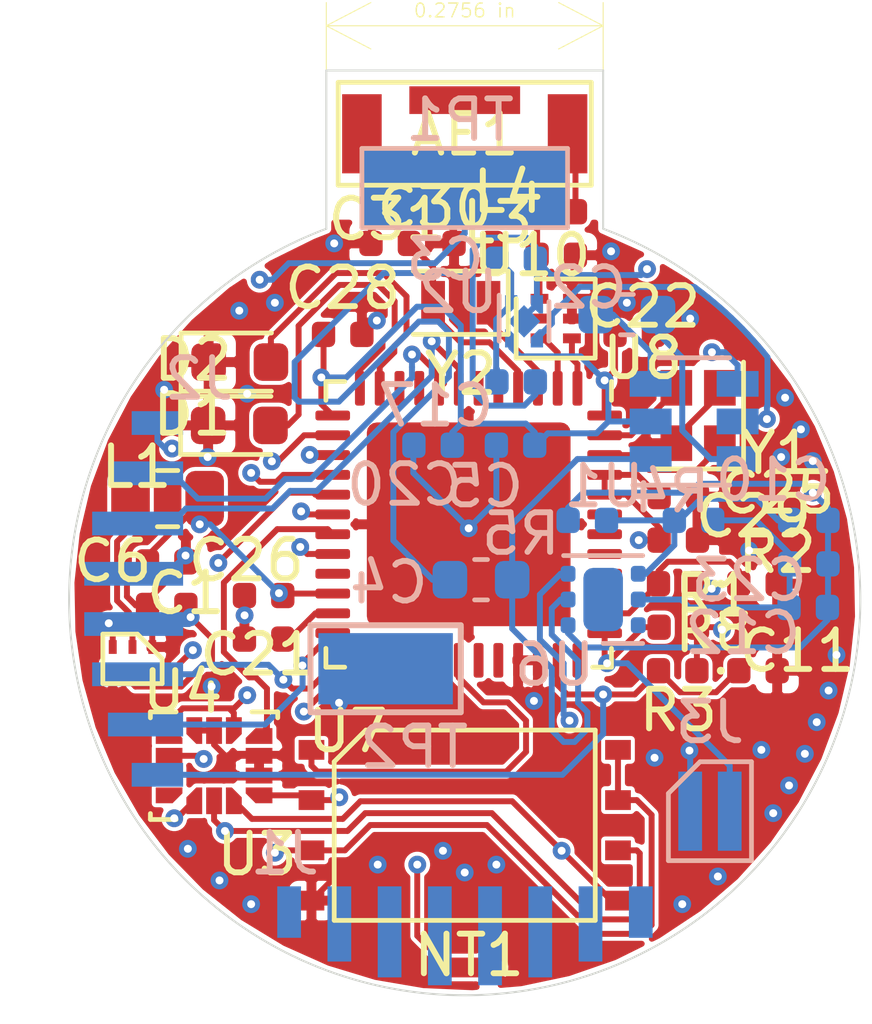
<source format=kicad_pcb>
(kicad_pcb (version 20171130) (host pcbnew "(5.1.5-0-10_14)")
  (layers (0 F.Cu signal) (1 GNDD power hide) (2 GNDA power hide) (31 B.Cu mixed) (34 B.Paste user hide) (35 F.Paste user hide) (36 B.SilkS user hide) (37 F.SilkS user) (38 B.Mask user hide) (39 F.Mask user hide) (44 Edge.Cuts user))
  (net 0 "")
  (net 1 "Net-(AE1-Pad1)")
  (net 2 +BATT)
  (net 3 GNDD)
  (net 4 "Net-(C2-Pad2)")
  (net 5 VDD)
  (net 6 GNDA)
  (net 7 VDDA)
  (net 8 VSSA)
  (net 9 "Net-(L1-Pad1)")
  (net 10 R_VBATT)
  (net 11 ~SHDN)
  (net 12 MOSI)
  (net 13 MISO)
  (net 14 JTAG_TCKC)
  (net 15 JTAG_TMSC)
  (net 16 _RESET)
  (net 17 LED_0)
  (net 18 THERM)
  (net 19 "Net-(L3-Pad1)")
  (net 20 _NAND_CS)
  (net 21 AXY_INT1)
  (net 22 SCLK)
  (net 23 AXY_INT2)
  (net 24 _DEBUG)
  (net 25 "Net-(C2-Pad1)")
  (net 26 "Net-(C4-Pad1)")
  (net 27 "Net-(C10-Pad2)")
  (net 28 "Net-(C21-Pad2)")
  (net 29 "Net-(U10-Pad3)")
  (net 30 "Net-(U10-Pad4)")
  (net 31 "Net-(U8-Pad47)")
  (net 32 "Net-(U8-Pad46)")
  (net 33 "Net-(C30-Pad1)")
  (net 34 "Net-(C31-Pad1)")
  (net 35 LED_1)
  (net 36 TXD)
  (net 37 RXD)
  (net 38 AXY_CS)
  (module "ESLO Parts:ESLO_IO_8_1-27" (layer B.Cu) (at 215.705 88.7 180)
    (fp_text reference J1 (at 4.555 -6.42) (layer B.SilkS) (effects (justify mirror)))
    (fp_text value Biopotentials)
    (pad 8 smd rect (at 4.445 -7.9 180) (size 0.6 1.3) (layers B.Cu B.Paste B.Mask))
    (pad 7 smd rect (at 3.175 -8.2 180) (size 0.6 1.9) (layers B.Cu B.Paste B.Mask))
    (pad 6 smd rect (at 1.905 -8.4 180) (size 0.6 2.3) (layers B.Cu B.Paste B.Mask))
    (pad 5 smd rect (at 0.635 -8.5 180) (size 0.6 2.5) (layers B.Cu B.Paste B.Mask))
    (pad 4 smd rect (at -0.635 -8.5 180) (size 0.6 2.5) (layers B.Cu B.Paste B.Mask))
    (pad 3 smd rect (at -1.905 -8.4 180) (size 0.6 2.3) (layers B.Cu B.Paste B.Mask))
    (pad 2 smd rect (at -3.175 -8.2 180) (size 0.6 1.9) (layers B.Cu B.Paste B.Mask))
    (pad 1 smd rect (at -4.445 -7.9 180) (size 0.6 1.3) (layers B.Cu B.Paste B.Mask))
  )
  (module "ESLO Parts:ESLO_IO_8_1-27" (layer B.Cu) (at 215.83 88.685 90)
    (fp_text reference J2 (at 5.565 -6.85 180) (layer B.SilkS) (effects (justify mirror)))
    (fp_text value PWR/COMM)
    (pad 8 smd rect (at 4.445 -7.9 90) (size 0.6 1.3) (layers B.Cu B.Paste B.Mask) (net 24 _DEBUG))
    (pad 7 smd rect (at 3.175 -8.2 90) (size 0.6 1.9) (layers B.Cu B.Paste B.Mask) (net 36 TXD))
    (pad 6 smd rect (at 1.905 -8.4 90) (size 0.6 2.3) (layers B.Cu B.Paste B.Mask) (net 37 RXD))
    (pad 5 smd rect (at 0.635 -8.5 90) (size 0.6 2.5) (layers B.Cu B.Paste B.Mask) (net 3 GNDD))
    (pad 4 smd rect (at -0.635 -8.5 90) (size 0.6 2.5) (layers B.Cu B.Paste B.Mask) (net 2 +BATT))
    (pad 3 smd rect (at -1.905 -8.4 90) (size 0.6 2.3) (layers B.Cu B.Paste B.Mask) (net 14 JTAG_TCKC))
    (pad 2 smd rect (at -3.175 -8.2 90) (size 0.6 1.9) (layers B.Cu B.Paste B.Mask) (net 15 JTAG_TMSC))
    (pad 1 smd rect (at -4.445 -7.9 90) (size 0.6 1.3) (layers B.Cu B.Paste B.Mask) (net 16 _RESET))
  )
  (module Capacitor_SMD:C_0402_1005Metric (layer F.Cu) (at 223.115 90.5)
    (fp_text reference C11 (at 0.985 -0.5) (layer F.SilkS))
    (fp_text value 0.1uF)
    (pad 2 smd roundrect (at 0.485 0) (size 0.59 0.64) (layers F.Cu F.Paste F.Mask) (net 3 GNDD))
    (pad 1 smd roundrect (at -0.485 0) (size 0.59 0.64) (layers F.Cu F.Paste F.Mask) (net 16 _RESET))
  )
  (module LED_SMD:LED_0603_1608Metric (layer F.Cu) (at 210 84.3)
    (fp_text reference D1 (at -1.19 -0.27) (layer F.SilkS))
    (fp_text value LED)
    (pad 2 smd roundrect (at 0.7875 0) (size 0.875 0.95) (layers F.Cu F.Paste F.Mask) (net 17 LED_0))
    (pad 1 smd roundrect (at -0.7875 0) (size 0.875 0.95) (layers F.Cu F.Paste F.Mask) (net 3 GNDD))
  )
  (module "ESLO Parts:ESLO_2pin_THERM" (layer B.Cu) (at 221.9 94.05)
    (fp_text reference J3 (at 0 -2.25) (layer B.SilkS) (effects (justify mirror)))
    (fp_text value Conn_01x02_Female)
    (pad 2 smd rect (at 0.5 0) (size 0.6 2) (layers B.Cu B.Paste B.Mask) (net 18 THERM))
    (pad 1 smd rect (at -0.5 0) (size 0.6 2) (layers B.Cu B.Paste B.Mask) (net 3 GNDD))
  )
  (module Package_TO_SOT_SMD:SOT-23-6 (layer B.Cu) (at 221.5 84.2)
    (fp_text reference U1 (at -2.28 1.64) (layer B.SilkS) (effects (justify mirror)))
    (fp_text value MAX1720)
    (pad 5 smd rect (at 1.1 0) (size 1.06 0.65) (layers B.Cu B.Paste B.Mask) (net 11 ~SHDN))
    (pad 6 smd rect (at 1.1 0.95) (size 1.06 0.65) (layers B.Cu B.Paste B.Mask) (net 25 "Net-(C2-Pad1)"))
    (pad 4 smd rect (at 1.1 -0.95) (size 1.06 0.65) (layers B.Cu B.Paste B.Mask) (net 6 GNDA))
    (pad 3 smd rect (at -1.1 -0.95) (size 1.06 0.65) (layers B.Cu B.Paste B.Mask) (net 4 "Net-(C2-Pad2)"))
    (pad 2 smd rect (at -1.1 0) (size 1.06 0.65) (layers B.Cu B.Paste B.Mask) (net 5 VDD))
    (pad 1 smd rect (at -1.1 0.95) (size 1.06 0.65) (layers B.Cu B.Paste B.Mask) (net 26 "Net-(C4-Pad1)"))
  )
  (module "ESLO Parts:USON6-1.45x1.00mm-0.5pads" (layer F.Cu) (at 207.3 90.2 180)
    (fp_text reference U4 (at -1.27 -0.83 180) (layer F.SilkS))
    (fp_text value TPS6223xx)
    (pad 3 smd rect (at 0.5 0.3 180) (size 0.2 0.35) (layers F.Cu F.Paste F.Mask) (net 2 +BATT))
    (pad 4 smd rect (at 0.5 -0.3 180) (size 0.2 0.35) (layers F.Cu F.Paste F.Mask) (net 3 GNDD))
    (pad 2 smd rect (at 0 0.3 180) (size 0.2 0.35) (layers F.Cu F.Paste F.Mask) (net 9 "Net-(L1-Pad1)"))
    (pad 5 smd rect (at 0 -0.3 180) (size 0.2 0.35) (layers F.Cu F.Paste F.Mask) (net 2 +BATT))
    (pad 1 smd rect (at -0.5 0.3 180) (size 0.2 0.35) (layers F.Cu F.Paste F.Mask) (net 3 GNDD))
    (pad 6 smd rect (at -0.5 -0.3 180) (size 0.2 0.35) (layers F.Cu F.Paste F.Mask) (net 5 VDD))
  )
  (module Package_SON:Texas_X2SON-4_1x1mm_P0.65mm (layer B.Cu) (at 217.2 81.67 270)
    (fp_text reference U2 (at -0.74 1.67 180) (layer B.SilkS) (effects (justify mirror)))
    (fp_text value TPS7A2015PDQNR)
    (pad 5 smd rect (at 0 0 225) (size 0.58 0.58) (layers B.Cu B.Paste B.Mask) (net 6 GNDA))
    (pad 2 smd custom (at -0.43 -0.325 270) (size 0.148492 0.148492) (layers B.Cu) (net 6 GNDA) (options (clearance outline) (anchor circle)) (primitives (gr_poly (pts (xy 0.23 -0.054289) (xy 0.23 -0.155) (xy -0.23 -0.155) (xy -0.23 0.155) (xy 0.020711 0.155)) (width 0))))
    (pad 3 smd custom (at 0.43 -0.325 270) (size 0.148492 0.148492) (layers B.Cu) (net 11 ~SHDN) (options (clearance outline) (anchor circle)) (primitives (gr_poly (pts (xy 0.23 -0.155) (xy 0.23 0.155) (xy -0.020711 0.155) (xy -0.23 -0.054289) (xy -0.23 -0.155)) (width 0))))
    (pad 4 smd custom (at 0.43 0.325 270) (size 0.148492 0.148492) (layers B.Cu) (net 5 VDD) (options (clearance outline) (anchor circle)) (primitives (gr_poly (pts (xy -0.23 0.155) (xy 0.23 0.155) (xy 0.23 -0.155) (xy -0.020711 -0.155) (xy -0.23 0.054289)) (width 0))))
    (pad 1 smd custom (at -0.43 0.325 270) (size 0.148492 0.148492) (layers B.Cu) (net 7 VDDA) (options (clearance outline) (anchor circle)) (primitives (gr_poly (pts (xy 0.23 0.155) (xy -0.23 0.155) (xy -0.23 -0.155) (xy 0.020711 -0.155) (xy 0.23 0.054289)) (width 0))))
  )
  (module Inductor_SMD:L_0805_2012Metric (layer F.Cu) (at 208.1875 86.15)
    (fp_text reference L1 (at -0.7875 -0.8) (layer F.SilkS))
    (fp_text value 2.2uH)
    (pad 2 smd roundrect (at 0.9375 0) (size 0.975 1.4) (layers F.Cu F.Paste F.Mask) (net 5 VDD))
    (pad 1 smd roundrect (at -0.9375 0) (size 0.975 1.4) (layers F.Cu F.Paste F.Mask) (net 9 "Net-(L1-Pad1)"))
  )
  (module Capacitor_SMD:C_0402_1005Metric (layer F.Cu) (at 208.165 87.75)
    (fp_text reference C6 (at -1.365 -0.02) (layer F.SilkS))
    (fp_text value 4.7uF)
    (pad 2 smd roundrect (at 0.485 0) (size 0.59 0.64) (layers F.Cu F.Paste F.Mask) (net 3 GNDD))
    (pad 1 smd roundrect (at -0.485 0) (size 0.59 0.64) (layers F.Cu F.Paste F.Mask) (net 5 VDD))
  )
  (module Capacitor_SMD:C_0402_1005Metric (layer B.Cu) (at 217 80.1)
    (fp_text reference C3 (at -1.79 0.01) (layer B.SilkS) (effects (justify mirror)))
    (fp_text value 1uF)
    (pad 2 smd roundrect (at 0.485 0) (size 0.59 0.64) (layers B.Cu B.Paste B.Mask) (net 6 GNDA))
    (pad 1 smd roundrect (at -0.485 0) (size 0.59 0.64) (layers B.Cu B.Paste B.Mask) (net 7 VDDA))
  )
  (module Capacitor_SMD:C_0402_1005Metric (layer F.Cu) (at 208.165 88.85 180)
    (fp_text reference C1 (at -0.485 0.31) (layer F.SilkS))
    (fp_text value 2.2uF)
    (pad 2 smd roundrect (at 0.485 0 180) (size 0.59 0.64) (layers F.Cu F.Paste F.Mask) (net 3 GNDD))
    (pad 1 smd roundrect (at -0.485 0 180) (size 0.59 0.64) (layers F.Cu F.Paste F.Mask) (net 2 +BATT))
  )
  (module Crystal:Crystal_SMD_2012-2Pin_2.0x1.2mm (layer F.Cu) (at 215.6 81.2 180)
    (fp_text reference Y2 (at 0 -1.8) (layer F.SilkS))
    (fp_text value 32.768kHz)
    (pad 2 smd rect (at 0.7 0 180) (size 0.6 1.1) (layers F.Cu F.Paste F.Mask) (net 34 "Net-(C31-Pad1)"))
    (pad 1 smd rect (at -0.7 0 180) (size 0.6 1.1) (layers F.Cu F.Paste F.Mask) (net 33 "Net-(C30-Pad1)"))
  )
  (module TestPoint:TestPoint_Keystone_5015_Micro-Minature (layer B.Cu) (at 213.7 90.45)
    (fp_text reference TP2 (at 0.72 1.98) (layer B.SilkS) (effects (justify mirror)))
    (fp_text value TestPoint)
    (pad 1 smd rect (at 0 0) (size 3.4 1.8) (layers B.Cu B.Paste B.Mask) (net 3 GNDD))
  )
  (module "ESLO Parts:Half2032Clip_BC-2003" (layer B.Cu) (at 215.7 78.3)
    (fp_text reference TP1 (at -0.12 -1.72) (layer B.SilkS) (effects (justify mirror)))
    (fp_text value TestPoint)
    (pad 1 smd rect (at 0 0) (size 5.09 2) (layers B.Cu B.Paste B.Mask) (net 2 +BATT))
  )
  (module LED_SMD:LED_0603_1608Metric (layer F.Cu) (at 210.0125 82.7)
    (fp_text reference D2 (at -1.1825 -0.06) (layer F.SilkS))
    (fp_text value LED)
    (pad 2 smd roundrect (at 0.7875 0) (size 0.875 0.95) (layers F.Cu F.Paste F.Mask) (net 35 LED_1))
    (pad 1 smd roundrect (at -0.7875 0) (size 0.875 0.95) (layers F.Cu F.Paste F.Mask) (net 3 GNDD))
  )
  (module Crystal:Crystal_SMD_2016-4Pin_2.0x1.6mm (layer F.Cu) (at 221.6 84.05 90)
    (fp_text reference Y1 (at -0.95 2 180) (layer F.SilkS))
    (fp_text value 48MHz)
    (pad 4 smd rect (at -0.7 -0.55 90) (size 0.9 0.8) (layers F.Cu F.Paste F.Mask) (net 3 GNDD))
    (pad 3 smd rect (at 0.7 -0.55 90) (size 0.9 0.8) (layers F.Cu F.Paste F.Mask) (net 31 "Net-(U8-Pad47)"))
    (pad 2 smd rect (at 0.7 0.55 90) (size 0.9 0.8) (layers F.Cu F.Paste F.Mask) (net 3 GNDD))
    (pad 1 smd rect (at -0.7 0.55 90) (size 0.9 0.8) (layers F.Cu F.Paste F.Mask) (net 32 "Net-(U8-Pad46)"))
  )
  (module Capacitor_SMD:C_0402_1005Metric (layer F.Cu) (at 213.815 79.7 180)
    (fp_text reference C31 (at 0.105 0.61) (layer F.SilkS))
    (fp_text value 12pF)
    (pad 2 smd roundrect (at 0.485 0 180) (size 0.59 0.64) (layers F.Cu F.Paste F.Mask) (net 3 GNDD))
    (pad 1 smd roundrect (at -0.485 0 180) (size 0.59 0.64) (layers F.Cu F.Paste F.Mask) (net 34 "Net-(C31-Pad1)"))
  )
  (module Capacitor_SMD:C_0402_1005Metric (layer F.Cu) (at 215.915 79.7 180)
    (fp_text reference C30 (at 0.965 0.9) (layer F.SilkS))
    (fp_text value 12pF)
    (pad 2 smd roundrect (at 0.485 0 180) (size 0.59 0.64) (layers F.Cu F.Paste F.Mask) (net 3 GNDD))
    (pad 1 smd roundrect (at -0.485 0 180) (size 0.59 0.64) (layers F.Cu F.Paste F.Mask) (net 33 "Net-(C30-Pad1)"))
  )
  (module Package_LGA:LGA-14_3x2.5mm_P0.5mm_LayoutBorder3x4y (layer F.Cu) (at 209.3625 92.9 180)
    (fp_text reference U3 (at -1.0875 -2.24) (layer F.SilkS))
    (fp_text value LSM6DSOXTR)
    (pad 14 smd custom (at -0.5 -0.8875 180) (size 0.4 0.4) (layers F.Cu F.Paste F.Mask) (net 12 MOSI) (options (clearance outline) (anchor circle)) (primitives (gr_poly (pts (xy -0.2 -0.3375) (xy 0.2 -0.3375) (xy 0.2 0.3375) (xy 0.05 0.3375) (xy -0.2 0.0875)) (width 0))))
    (pad 13 smd rect (at 0 -0.8875 180) (size 0.4 0.675) (layers F.Cu F.Paste F.Mask) (net 22 SCLK))
    (pad 12 smd custom (at 0.5 -0.8875 180) (size 0.4 0.4) (layers F.Cu F.Paste F.Mask) (net 38 AXY_CS) (options (clearance outline) (anchor circle)) (primitives (gr_poly (pts (xy -0.2 -0.3375) (xy 0.2 -0.3375) (xy 0.2 0.0875) (xy -0.05 0.3375) (xy -0.2 0.3375)) (width 0))))
    (pad 11 smd custom (at 1.1375 -0.75 180) (size 0.4 0.4) (layers F.Cu F.Paste F.Mask) (options (clearance outline) (anchor circle)) (primitives (gr_poly (pts (xy -0.3375 0.05) (xy -0.0875 -0.2) (xy 0.3375 -0.2) (xy 0.3375 0.2) (xy -0.3375 0.2)) (width 0))))
    (pad 10 smd rect (at 1.1375 -0.25 180) (size 0.675 0.4) (layers F.Cu F.Paste F.Mask))
    (pad 9 smd rect (at 1.1375 0.25 180) (size 0.675 0.4) (layers F.Cu F.Paste F.Mask) (net 21 AXY_INT1))
    (pad 8 smd custom (at 1.1375 0.75 180) (size 0.4 0.4) (layers F.Cu F.Paste F.Mask) (net 5 VDD) (options (clearance outline) (anchor circle)) (primitives (gr_poly (pts (xy -0.3375 -0.2) (xy 0.3375 -0.2) (xy 0.3375 0.2) (xy -0.0875 0.2) (xy -0.3375 -0.05)) (width 0))))
    (pad 7 smd custom (at 0.5 0.8875 180) (size 0.4 0.4) (layers F.Cu F.Paste F.Mask) (net 3 GNDD) (options (clearance outline) (anchor circle)) (primitives (gr_poly (pts (xy -0.2 -0.3375) (xy -0.05 -0.3375) (xy 0.2 -0.0875) (xy 0.2 0.3375) (xy -0.2 0.3375)) (width 0))))
    (pad 6 smd rect (at 0 0.8875 180) (size 0.4 0.675) (layers F.Cu F.Paste F.Mask) (net 3 GNDD))
    (pad 5 smd custom (at -0.5 0.8875 180) (size 0.4 0.4) (layers F.Cu F.Paste F.Mask) (net 5 VDD) (options (clearance outline) (anchor circle)) (primitives (gr_poly (pts (xy -0.2 -0.0875) (xy 0.05 -0.3375) (xy 0.2 -0.3375) (xy 0.2 0.3375) (xy -0.2 0.3375)) (width 0))))
    (pad 4 smd custom (at -1.1375 0.75 180) (size 0.4 0.4) (layers F.Cu F.Paste F.Mask) (net 23 AXY_INT2) (options (clearance outline) (anchor circle)) (primitives (gr_poly (pts (xy -0.3375 -0.2) (xy 0.3375 -0.2) (xy 0.3375 -0.05) (xy 0.0875 0.2) (xy -0.3375 0.2)) (width 0))))
    (pad 3 smd rect (at -1.1375 0.25 180) (size 0.675 0.4) (layers F.Cu F.Paste F.Mask) (net 3 GNDD))
    (pad 2 smd rect (at -1.1375 -0.25 180) (size 0.675 0.4) (layers F.Cu F.Paste F.Mask) (net 3 GNDD))
    (pad 1 smd custom (at -1.1375 -0.75 180) (size 0.4 0.4) (layers F.Cu F.Paste F.Mask) (net 13 MISO) (options (clearance outline) (anchor circle)) (primitives (gr_poly (pts (xy -0.3375 -0.2) (xy 0.0875 -0.2) (xy 0.3375 0.05) (xy 0.3375 0.2) (xy -0.3375 0.2)) (width 0))))
  )
  (module "ARBO Parts:8x6mm_WSON_UTSO" (layer F.Cu) (at 215.7 94.405 270)
    (fp_text reference U7 (at -2.375 2.95 180) (layer F.SilkS))
    (fp_text value AS5F18G04SND-10LIN)
    (pad 4 smd rect (at 1.905 3.875 270) (size 0.5 0.65) (layers F.Cu F.Paste F.Mask) (net 3 GNDD))
    (pad 5 smd rect (at 1.905 -3.875 270) (size 0.5 0.65) (layers F.Cu F.Paste F.Mask) (net 12 MOSI))
    (pad 3 smd rect (at 0.635 3.875 270) (size 0.5 0.65) (layers F.Cu F.Paste F.Mask) (net 5 VDD))
    (pad 6 smd rect (at 0.635 -3.875 270) (size 0.5 0.65) (layers F.Cu F.Paste F.Mask) (net 22 SCLK))
    (pad 2 smd rect (at -0.635 3.875 270) (size 0.5 0.65) (layers F.Cu F.Paste F.Mask) (net 13 MISO))
    (pad 7 smd rect (at -0.635 -3.875 270) (size 0.5 0.65) (layers F.Cu F.Paste F.Mask) (net 5 VDD))
    (pad 1 smd rect (at -1.905 3.875 270) (size 0.5 0.65) (layers F.Cu F.Paste F.Mask) (net 20 _NAND_CS))
    (pad 8 smd rect (at -1.905 -3.875 270) (size 0.5 0.65) (layers F.Cu F.Paste F.Mask) (net 5 VDD))
  )
  (module "ARBO Parts:2450BM14G0011" (layer F.Cu) (at 218 81.6 270)
    (fp_text reference U10 (at -1.6 0.6) (layer F.SilkS))
    (fp_text value 2450BM14G0011)
    (pad 3 smd rect (at 0.5 0.41 270) (size 0.25 0.45) (layers F.Cu F.Paste F.Mask) (net 29 "Net-(U10-Pad3)"))
    (pad 4 smd rect (at 0.5 -0.41 270) (size 0.25 0.45) (layers F.Cu F.Paste F.Mask) (net 30 "Net-(U10-Pad4)"))
    (pad 2 smd rect (at 0 0.41 270) (size 0.25 0.45) (layers F.Cu F.Paste F.Mask))
    (pad 5 smd rect (at 0 -0.41 270) (size 0.25 0.45) (layers F.Cu F.Paste F.Mask) (net 3 GNDD))
    (pad 1 smd rect (at -0.5 0.41 270) (size 0.25 0.45) (layers F.Cu F.Paste F.Mask) (net 19 "Net-(L3-Pad1)"))
    (pad 6 smd rect (at -0.5 -0.41 270) (size 0.25 0.45) (layers F.Cu F.Paste F.Mask) (net 3 GNDD))
  )
  (module Package_DFN_QFN:QFN-48-1EP_7x7mm_P0.5mm_EP5.15x5.15mm (layer F.Cu) (at 215.8 86.8 270)
    (fp_text reference U8 (at -4.2 -4.4 180) (layer F.SilkS))
    (fp_text value CC2652R1FRGZT)
    (pad 48 smd roundrect (at -2.75 -3.4375 270) (size 0.25 0.875) (layers F.Cu F.Paste F.Mask) (net 5 VDD))
    (pad 47 smd roundrect (at -2.25 -3.4375 270) (size 0.25 0.875) (layers F.Cu F.Paste F.Mask) (net 31 "Net-(U8-Pad47)"))
    (pad 46 smd roundrect (at -1.75 -3.4375 270) (size 0.25 0.875) (layers F.Cu F.Paste F.Mask) (net 32 "Net-(U8-Pad46)"))
    (pad 45 smd roundrect (at -1.25 -3.4375 270) (size 0.25 0.875) (layers F.Cu F.Paste F.Mask) (net 5 VDD))
    (pad 44 smd roundrect (at -0.75 -3.4375 270) (size 0.25 0.875) (layers F.Cu F.Paste F.Mask) (net 5 VDD))
    (pad 43 smd roundrect (at -0.25 -3.4375 270) (size 0.25 0.875) (layers F.Cu F.Paste F.Mask))
    (pad 42 smd roundrect (at 0.25 -3.4375 270) (size 0.25 0.875) (layers F.Cu F.Paste F.Mask))
    (pad 41 smd roundrect (at 0.75 -3.4375 270) (size 0.25 0.875) (layers F.Cu F.Paste F.Mask))
    (pad 40 smd roundrect (at 1.25 -3.4375 270) (size 0.25 0.875) (layers F.Cu F.Paste F.Mask))
    (pad 39 smd roundrect (at 1.75 -3.4375 270) (size 0.25 0.875) (layers F.Cu F.Paste F.Mask))
    (pad 38 smd roundrect (at 2.25 -3.4375 270) (size 0.25 0.875) (layers F.Cu F.Paste F.Mask) (net 10 R_VBATT))
    (pad 37 smd roundrect (at 2.75 -3.4375 270) (size 0.25 0.875) (layers F.Cu F.Paste F.Mask) (net 18 THERM))
    (pad 36 smd roundrect (at 3.4375 -2.75 270) (size 0.875 0.25) (layers F.Cu F.Paste F.Mask))
    (pad 35 smd roundrect (at 3.4375 -2.25 270) (size 0.875 0.25) (layers F.Cu F.Paste F.Mask) (net 16 _RESET))
    (pad 34 smd roundrect (at 3.4375 -1.75 270) (size 0.875 0.25) (layers F.Cu F.Paste F.Mask) (net 3 GNDD))
    (pad 33 smd roundrect (at 3.4375 -1.25 270) (size 0.875 0.25) (layers F.Cu F.Paste F.Mask) (net 3 GNDD))
    (pad 32 smd roundrect (at 3.4375 -0.75 270) (size 0.875 0.25) (layers F.Cu F.Paste F.Mask))
    (pad 31 smd roundrect (at 3.4375 -0.25 270) (size 0.875 0.25) (layers F.Cu F.Paste F.Mask))
    (pad 30 smd roundrect (at 3.4375 0.25 270) (size 0.875 0.25) (layers F.Cu F.Paste F.Mask) (net 20 _NAND_CS))
    (pad 29 smd roundrect (at 3.4375 0.75 270) (size 0.875 0.25) (layers F.Cu F.Paste F.Mask))
    (pad 28 smd roundrect (at 3.4375 1.25 270) (size 0.875 0.25) (layers F.Cu F.Paste F.Mask))
    (pad 27 smd roundrect (at 3.4375 1.75 270) (size 0.875 0.25) (layers F.Cu F.Paste F.Mask))
    (pad 26 smd roundrect (at 3.4375 2.25 270) (size 0.875 0.25) (layers F.Cu F.Paste F.Mask) (net 11 ~SHDN))
    (pad 25 smd roundrect (at 3.4375 2.75 270) (size 0.875 0.25) (layers F.Cu F.Paste F.Mask) (net 14 JTAG_TCKC))
    (pad 24 smd roundrect (at 2.75 3.4375 270) (size 0.25 0.875) (layers F.Cu F.Paste F.Mask) (net 15 JTAG_TMSC))
    (pad 23 smd roundrect (at 2.25 3.4375 270) (size 0.25 0.875) (layers F.Cu F.Paste F.Mask) (net 28 "Net-(C21-Pad2)"))
    (pad 22 smd roundrect (at 1.75 3.4375 270) (size 0.25 0.875) (layers F.Cu F.Paste F.Mask) (net 5 VDD))
    (pad 21 smd roundrect (at 1.25 3.4375 270) (size 0.25 0.875) (layers F.Cu F.Paste F.Mask))
    (pad 20 smd roundrect (at 0.75 3.4375 270) (size 0.25 0.875) (layers F.Cu F.Paste F.Mask) (net 24 _DEBUG))
    (pad 19 smd roundrect (at 0.25 3.4375 270) (size 0.25 0.875) (layers F.Cu F.Paste F.Mask) (net 23 AXY_INT2))
    (pad 18 smd roundrect (at -0.25 3.4375 270) (size 0.25 0.875) (layers F.Cu F.Paste F.Mask) (net 21 AXY_INT1))
    (pad 17 smd roundrect (at -0.75 3.4375 270) (size 0.25 0.875) (layers F.Cu F.Paste F.Mask) (net 38 AXY_CS))
    (pad 16 smd roundrect (at -1.25 3.4375 270) (size 0.25 0.875) (layers F.Cu F.Paste F.Mask) (net 22 SCLK))
    (pad 15 smd roundrect (at -1.75 3.4375 270) (size 0.25 0.875) (layers F.Cu F.Paste F.Mask) (net 12 MOSI))
    (pad 14 smd roundrect (at -2.25 3.4375 270) (size 0.25 0.875) (layers F.Cu F.Paste F.Mask) (net 13 MISO))
    (pad 13 smd roundrect (at -2.75 3.4375 270) (size 0.25 0.875) (layers F.Cu F.Paste F.Mask) (net 5 VDD))
    (pad 12 smd roundrect (at -3.4375 2.75 270) (size 0.875 0.25) (layers F.Cu F.Paste F.Mask) (net 17 LED_0))
    (pad 11 smd roundrect (at -3.4375 2.25 270) (size 0.875 0.25) (layers F.Cu F.Paste F.Mask) (net 35 LED_1))
    (pad 10 smd roundrect (at -3.4375 1.75 270) (size 0.875 0.25) (layers F.Cu F.Paste F.Mask))
    (pad 9 smd roundrect (at -3.4375 1.25 270) (size 0.875 0.25) (layers F.Cu F.Paste F.Mask))
    (pad 8 smd roundrect (at -3.4375 0.75 270) (size 0.875 0.25) (layers F.Cu F.Paste F.Mask) (net 36 TXD))
    (pad 7 smd roundrect (at -3.4375 0.25 270) (size 0.875 0.25) (layers F.Cu F.Paste F.Mask) (net 37 RXD))
    (pad 6 smd roundrect (at -3.4375 -0.25 270) (size 0.875 0.25) (layers F.Cu F.Paste F.Mask))
    (pad 5 smd roundrect (at -3.4375 -0.75 270) (size 0.875 0.25) (layers F.Cu F.Paste F.Mask))
    (pad 4 smd roundrect (at -3.4375 -1.25 270) (size 0.875 0.25) (layers F.Cu F.Paste F.Mask) (net 34 "Net-(C31-Pad1)"))
    (pad 3 smd roundrect (at -3.4375 -1.75 270) (size 0.875 0.25) (layers F.Cu F.Paste F.Mask) (net 33 "Net-(C30-Pad1)"))
    (pad 2 smd roundrect (at -3.4375 -2.25 270) (size 0.875 0.25) (layers F.Cu F.Paste F.Mask) (net 29 "Net-(U10-Pad3)"))
    (pad 1 smd roundrect (at -3.4375 -2.75 270) (size 0.875 0.25) (layers F.Cu F.Paste F.Mask) (net 30 "Net-(U10-Pad4)"))
    (pad 49 smd roundrect (at 0 0 270) (size 5.15 5.15) (layers F.Cu F.Mask) (roundrect_rratio 0.048544) (net 3 GNDD))
  )
  (module Package_SON:WSON-6-1EP_2x2mm_P0.65mm_EP1x1.6mm (layer B.Cu) (at 219.2 88.7)
    (fp_text reference U6 (at -1.23 1.65) (layer B.SilkS) (effects (justify mirror)))
    (fp_text value TPS72301DRVR)
    (pad 6 smd roundrect (at 0.8875 0.65) (size 0.375 0.4) (layers B.Cu B.Paste B.Mask))
    (pad 5 smd roundrect (at 0.8875 0) (size 0.375 0.4) (layers B.Cu B.Paste B.Mask) (net 8 VSSA))
    (pad 4 smd roundrect (at 0.8875 -0.65) (size 0.375 0.4) (layers B.Cu B.Paste B.Mask) (net 27 "Net-(C10-Pad2)"))
    (pad 3 smd roundrect (at -0.8875 -0.65) (size 0.375 0.4) (layers B.Cu B.Paste B.Mask) (net 11 ~SHDN))
    (pad 2 smd roundrect (at -0.8875 0) (size 0.375 0.4) (layers B.Cu B.Paste B.Mask) (net 26 "Net-(C4-Pad1)"))
    (pad 1 smd roundrect (at -0.8875 0.65) (size 0.375 0.4) (layers B.Cu B.Paste B.Mask) (net 6 GNDA))
    (pad 7 smd roundrect (at 0 0) (size 1 1.6) (layers B.Cu B.Mask))
  )
  (module LED_SMD:LED_0402_1005Metric (layer F.Cu) (at 221.1 89.4 180)
    (fp_text reference R8 (at -0.9 -0.1) (layer F.SilkS))
    (fp_text value 100k)
    (pad 2 smd roundrect (at 0.485 0 180) (size 0.59 0.64) (layers F.Cu F.Paste F.Mask) (net 18 THERM))
    (pad 1 smd roundrect (at -0.485 0 180) (size 0.59 0.64) (layers F.Cu F.Paste F.Mask) (net 5 VDD))
  )
  (module Resistor_SMD:R_0402_1005Metric (layer B.Cu) (at 218.8 86.7 180)
    (fp_text reference R5 (at 1.68 -0.34) (layer B.SilkS) (effects (justify mirror)))
    (fp_text value 80.6k)
    (pad 2 smd roundrect (at 0.485 0 180) (size 0.59 0.64) (layers B.Cu B.Paste B.Mask) (net 6 GNDA))
    (pad 1 smd roundrect (at -0.485 0 180) (size 0.59 0.64) (layers B.Cu B.Paste B.Mask) (net 27 "Net-(C10-Pad2)"))
  )
  (module Resistor_SMD:R_0402_1005Metric (layer B.Cu) (at 221.485 86.7 180)
    (fp_text reference R4 (at 0.575 0.73) (layer B.SilkS) (effects (justify mirror)))
    (fp_text value 21.5k)
    (pad 2 smd roundrect (at 0.485 0 180) (size 0.59 0.64) (layers B.Cu B.Paste B.Mask) (net 27 "Net-(C10-Pad2)"))
    (pad 1 smd roundrect (at -0.485 0 180) (size 0.59 0.64) (layers B.Cu B.Paste B.Mask) (net 8 VSSA))
  )
  (module LED_SMD:LED_0402_1005Metric (layer F.Cu) (at 221.085 90.5 180)
    (fp_text reference R3 (at -0.015 -1) (layer F.SilkS))
    (fp_text value 100k)
    (pad 2 smd roundrect (at 0.485 0 180) (size 0.59 0.64) (layers F.Cu F.Paste F.Mask) (net 16 _RESET))
    (pad 1 smd roundrect (at -0.485 0 180) (size 0.59 0.64) (layers F.Cu F.Paste F.Mask) (net 5 VDD))
  )
  (module LED_SMD:LED_0402_1005Metric (layer F.Cu) (at 223.115 88.3)
    (fp_text reference R2 (at 0.485 -0.8) (layer F.SilkS))
    (fp_text value 100k)
    (pad 2 smd roundrect (at 0.485 0) (size 0.59 0.64) (layers F.Cu F.Paste F.Mask) (net 3 GNDD))
    (pad 1 smd roundrect (at -0.485 0) (size 0.59 0.64) (layers F.Cu F.Paste F.Mask) (net 10 R_VBATT))
  )
  (module LED_SMD:LED_0402_1005Metric (layer F.Cu) (at 221.085 88.3 180)
    (fp_text reference R1 (at -0.915 -0.3) (layer F.SilkS))
    (fp_text value 100k)
    (pad 2 smd roundrect (at 0.485 0 180) (size 0.59 0.64) (layers F.Cu F.Paste F.Mask) (net 10 R_VBATT))
    (pad 1 smd roundrect (at -0.485 0 180) (size 0.59 0.64) (layers F.Cu F.Paste F.Mask) (net 2 +BATT))
  )
  (module NetTie:NetTie-2_SMD_Pad0.5mm (layer F.Cu) (at 215.8 98 180)
    (fp_text reference NT1 (at -0.01 0.31) (layer F.SilkS))
    (fp_text value Net-Tie_2)
    (fp_poly (pts (xy -0.5 -0.25) (xy 0.5 -0.25) (xy 0.5 0.25) (xy -0.5 0.25)) (layer F.Cu) (width 0))
    (pad 2 smd circle (at 0.5 0 180) (size 0.5 0.5) (layers F.Cu) (net 6 GNDA))
    (pad 1 smd circle (at -0.5 0 180) (size 0.5 0.5) (layers F.Cu) (net 3 GNDD))
  )
  (module Inductor_SMD:L_0402_1005Metric (layer F.Cu) (at 218.015 78.9)
    (fp_text reference L4 (at -1.215 -0.5) (layer F.SilkS))
    (fp_text value 3.3nH)
    (pad 2 smd roundrect (at 0.485 0) (size 0.59 0.64) (layers F.Cu F.Paste F.Mask) (net 1 "Net-(AE1-Pad1)"))
    (pad 1 smd roundrect (at -0.485 0) (size 0.59 0.64) (layers F.Cu F.Paste F.Mask) (net 19 "Net-(L3-Pad1)"))
  )
  (module Inductor_SMD:L_0402_1005Metric (layer F.Cu) (at 218.015 80)
    (fp_text reference L3 (at -1.485 -0.83) (layer F.SilkS))
    (fp_text value 1.5nH)
    (pad 2 smd roundrect (at 0.485 0) (size 0.59 0.64) (layers F.Cu F.Paste F.Mask) (net 3 GNDD))
    (pad 1 smd roundrect (at -0.485 0) (size 0.59 0.64) (layers F.Cu F.Paste F.Mask) (net 19 "Net-(L3-Pad1)"))
  )
  (module Capacitor_SMD:C_0402_1005Metric (layer F.Cu) (at 221.1 87.2)
    (fp_text reference C29 (at 1.9 -0.6) (layer F.SilkS))
    (fp_text value 0.1uF)
    (pad 2 smd roundrect (at 0.485 0) (size 0.59 0.64) (layers F.Cu F.Paste F.Mask) (net 3 GNDD))
    (pad 1 smd roundrect (at -0.485 0) (size 0.59 0.64) (layers F.Cu F.Paste F.Mask) (net 5 VDD))
  )
  (module Capacitor_SMD:C_0402_1005Metric (layer F.Cu) (at 212.615 82)
    (fp_text reference C28 (at 0 -1.17) (layer F.SilkS))
    (fp_text value 0.1uF)
    (pad 2 smd roundrect (at 0.485 0) (size 0.59 0.64) (layers F.Cu F.Paste F.Mask) (net 3 GNDD))
    (pad 1 smd roundrect (at -0.485 0) (size 0.59 0.64) (layers F.Cu F.Paste F.Mask) (net 5 VDD))
  )
  (module Capacitor_SMD:C_0402_1005Metric (layer F.Cu) (at 210.615 88.6 180)
    (fp_text reference C26 (at 0.435 0.89) (layer F.SilkS))
    (fp_text value 0.1uF)
    (pad 2 smd roundrect (at 0.485 0 180) (size 0.59 0.64) (layers F.Cu F.Paste F.Mask) (net 3 GNDD))
    (pad 1 smd roundrect (at -0.485 0 180) (size 0.59 0.64) (layers F.Cu F.Paste F.Mask) (net 5 VDD))
  )
  (module Capacitor_SMD:C_0402_1005Metric (layer F.Cu) (at 221.1 86.1)
    (fp_text reference C25 (at 2.5 -0.1) (layer F.SilkS))
    (fp_text value 0.1uF)
    (pad 2 smd roundrect (at 0.485 0) (size 0.59 0.64) (layers F.Cu F.Paste F.Mask) (net 3 GNDD))
    (pad 1 smd roundrect (at -0.485 0) (size 0.59 0.64) (layers F.Cu F.Paste F.Mask) (net 5 VDD))
  )
  (module Capacitor_SMD:C_0402_1005Metric (layer B.Cu) (at 224.4 87.8)
    (fp_text reference C23 (at -1.51 0.41) (layer B.SilkS) (effects (justify mirror)))
    (fp_text value 0.1uF)
    (pad 2 smd roundrect (at 0.485 0) (size 0.59 0.64) (layers B.Cu B.Paste B.Mask) (net 6 GNDA))
    (pad 1 smd roundrect (at -0.485 0) (size 0.59 0.64) (layers B.Cu B.Paste B.Mask) (net 8 VSSA))
  )
  (module Capacitor_SMD:C_0402_1005Metric (layer F.Cu) (at 219.985 82)
    (fp_text reference C22 (at 0.215 -0.7) (layer F.SilkS))
    (fp_text value 0.1uF)
    (pad 2 smd roundrect (at 0.485 0) (size 0.59 0.64) (layers F.Cu F.Paste F.Mask) (net 3 GNDD))
    (pad 1 smd roundrect (at -0.485 0) (size 0.59 0.64) (layers F.Cu F.Paste F.Mask) (net 5 VDD))
  )
  (module Capacitor_SMD:C_0402_1005Metric (layer F.Cu) (at 210.615 89.7)
    (fp_text reference C21 (at -0.145 0.39) (layer F.SilkS))
    (fp_text value 1uF)
    (pad 2 smd roundrect (at 0.485 0) (size 0.59 0.64) (layers F.Cu F.Paste F.Mask) (net 28 "Net-(C21-Pad2)"))
    (pad 1 smd roundrect (at -0.485 0) (size 0.59 0.64) (layers F.Cu F.Paste F.Mask) (net 3 GNDD))
  )
  (module Capacitor_SMD:C_0402_1005Metric (layer B.Cu) (at 214.9 84.8)
    (fp_text reference C20 (at -0.72 1) (layer B.SilkS) (effects (justify mirror)))
    (fp_text value 0.1uF)
    (pad 2 smd roundrect (at 0.485 0) (size 0.59 0.64) (layers B.Cu B.Paste B.Mask) (net 5 VDD))
    (pad 1 smd roundrect (at -0.485 0) (size 0.59 0.64) (layers B.Cu B.Paste B.Mask) (net 3 GNDD))
  )
  (module Capacitor_SMD:C_0402_1005Metric (layer B.Cu) (at 217 83.2)
    (fp_text reference C17 (at -2.03 0.6) (layer B.SilkS) (effects (justify mirror)))
    (fp_text value 0.1uF)
    (pad 2 smd roundrect (at 0.485 0) (size 0.59 0.64) (layers B.Cu B.Paste B.Mask) (net 6 GNDA))
    (pad 1 smd roundrect (at -0.485 0) (size 0.59 0.64) (layers B.Cu B.Paste B.Mask) (net 7 VDDA))
  )
  (module Capacitor_SMD:C_0402_1005Metric (layer B.Cu) (at 224.385 88.9)
    (fp_text reference C12 (at -1.655 0.65) (layer B.SilkS) (effects (justify mirror)))
    (fp_text value 2.2uF)
    (pad 2 smd roundrect (at 0.485 0) (size 0.59 0.64) (layers B.Cu B.Paste B.Mask) (net 6 GNDA))
    (pad 1 smd roundrect (at -0.485 0) (size 0.59 0.64) (layers B.Cu B.Paste B.Mask) (net 8 VSSA))
  )
  (module Capacitor_SMD:C_0402_1005Metric (layer B.Cu) (at 224.4 86.7 180)
    (fp_text reference C10 (at 0.9 1.02) (layer B.SilkS) (effects (justify mirror)))
    (fp_text value 10nF)
    (pad 2 smd roundrect (at 0.485 0 180) (size 0.59 0.64) (layers B.Cu B.Paste B.Mask) (net 27 "Net-(C10-Pad2)"))
    (pad 1 smd roundrect (at -0.485 0 180) (size 0.59 0.64) (layers B.Cu B.Paste B.Mask) (net 6 GNDA))
  )
  (module Capacitor_SMD:C_0402_1005Metric (layer B.Cu) (at 216.985 84.8)
    (fp_text reference C5 (at -0.785 1.04 180) (layer B.SilkS) (effects (justify mirror)))
    (fp_text value 1uF)
    (pad 2 smd roundrect (at 0.485 0) (size 0.59 0.64) (layers B.Cu B.Paste B.Mask) (net 5 VDD))
    (pad 1 smd roundrect (at -0.485 0) (size 0.59 0.64) (layers B.Cu B.Paste B.Mask) (net 3 GNDD))
  )
  (module Capacitor_SMD:C_0603_1608Metric (layer B.Cu) (at 216.1125 88.2 180)
    (fp_text reference C4 (at 2.3325 -0.07) (layer B.SilkS) (effects (justify mirror)))
    (fp_text value 10uF)
    (pad 2 smd roundrect (at 0.7875 0 180) (size 0.875 0.95) (layers B.Cu B.Paste B.Mask) (net 6 GNDA))
    (pad 1 smd roundrect (at -0.7875 0 180) (size 0.875 0.95) (layers B.Cu B.Paste B.Mask) (net 26 "Net-(C4-Pad1)"))
  )
  (module Capacitor_SMD:C_0603_1608Metric (layer B.Cu) (at 219.8 81.5 180)
    (fp_text reference C2 (at 0.98 0.68) (layer B.SilkS) (effects (justify mirror)))
    (fp_text value 10uF)
    (pad 2 smd roundrect (at 0.7875 0 180) (size 0.875 0.95) (layers B.Cu B.Paste B.Mask) (net 4 "Net-(C2-Pad2)"))
    (pad 1 smd roundrect (at -0.7875 0 180) (size 0.875 0.95) (layers B.Cu B.Paste B.Mask) (net 25 "Net-(C2-Pad1)"))
  )
  (module "ARBO Parts:2450AT42B100" (layer F.Cu) (at 215.7 76.93)
    (fp_text reference AE1 (at 0 0.02) (layer F.SilkS))
    (fp_text value 2450AT42B100)
    (pad 4 smd rect (at 0 0.85) (size 2.8 0.7) (layers F.Cu F.Paste F.Mask))
    (pad 3 smd rect (at 0 -0.85) (size 2.8 0.7) (layers F.Cu F.Paste F.Mask))
    (pad 1 smd rect (at 2.6 0) (size 1 2) (layers F.Cu F.Paste F.Mask) (net 1 "Net-(AE1-Pad1)"))
    (pad 2 smd rect (at -2.6 0) (size 1 2) (layers F.Cu F.Paste F.Mask))
  )
  (dimension 7 (width 0.025) (layer F.SilkS) (gr_text "7.000 mm" (at 215.7 73.79) (layer F.SilkS) (effects (font (size 0.35 0.35) (thickness 0.035)))) (feature1 (pts (xy 219.2 75.33) (xy 219.2 73.613579))) (feature2 (pts (xy 212.2 75.33) (xy 212.2 73.613579))) (crossbar (pts (xy 212.2 74.2) (xy 219.2 74.2))) (arrow1a (pts (xy 219.2 74.2) (xy 218.073496 74.786421))) (arrow1b (pts (xy 219.2 74.2) (xy 218.073496 73.613579))) (arrow2a (pts (xy 212.2 74.2) (xy 213.326504 74.786421))) (arrow2b (pts (xy 212.2 74.2) (xy 213.326504 73.613579))))
  (gr_arc (start 215.7 88.7) (end 212.200001 79.330001) (angle -319.0354062) (layer Edge.Cuts) (width 0.05))
  (gr_line (start 219.2 75.33) (end 219.2 79.33) (layer Edge.Cuts) (width 0.05))
  (gr_line (start 212.2 75.33) (end 219.2 75.33) (layer Edge.Cuts) (width 0.05))
  (gr_line (start 212.2 79.33) (end 212.2 75.33) (layer Edge.Cuts) (width 0.05))
  (segment (start 218.5 77.13) (end 218.3 76.93) (width 0.15) (layer F.Cu) (net 1))
  (segment (start 218.5 78.9) (end 218.5 77.13) (width 0.15) (layer F.Cu) (net 1))
  (segment (start 208.769849 89.280151) (end 208.769849 89.145884) (width 0.15) (layer B.Cu) (net 2))
  (segment (start 208.65 88.85) (end 208.65 89.026035) (width 0.15) (layer F.Cu) (net 2))
  (segment (start 208.65 89.026035) (end 208.769849 89.145884) (width 0.15) (layer F.Cu) (net 2))
  (segment (start 207.33 89.32) (end 208.73 89.32) (width 0.15) (layer B.Cu) (net 2))
  (via (at 208.769849 89.145884) (size 0.45) (drill 0.2) (layers F.Cu B.Cu) (net 2))
  (segment (start 208.73 89.32) (end 208.769849 89.280151) (width 0.15) (layer B.Cu) (net 2))
  (via (at 210.515358 80.618212) (size 0.45) (drill 0.2) (layers F.Cu B.Cu) (net 2))
  (via (at 206.7 89.3) (size 0.45) (drill 0.2) (layers F.Cu B.Cu) (net 2))
  (segment (start 206.8 89.9) (end 206.8 89.4) (width 0.15) (layer F.Cu) (net 2))
  (segment (start 206.8 89.4) (end 206.7 89.3) (width 0.15) (layer F.Cu) (net 2))
  (segment (start 207.375 90.9) (end 208.533996 90.9) (width 0.15) (layer F.Cu) (net 2))
  (segment (start 209.309979 90.285308) (end 209.309979 89.686014) (width 0.15) (layer F.Cu) (net 2))
  (segment (start 208.533996 90.9) (end 209.083998 90.349998) (width 0.15) (layer F.Cu) (net 2))
  (segment (start 209.309979 89.686014) (end 208.769849 89.145884) (width 0.15) (layer F.Cu) (net 2))
  (segment (start 207.3 90.825) (end 207.375 90.9) (width 0.15) (layer F.Cu) (net 2))
  (segment (start 209.083998 90.349998) (end 209.245289 90.349998) (width 0.15) (layer F.Cu) (net 2))
  (segment (start 207.3 90.5) (end 207.3 90.825) (width 0.15) (layer F.Cu) (net 2))
  (segment (start 209.245289 90.349998) (end 209.309979 90.285308) (width 0.15) (layer F.Cu) (net 2))
  (segment (start 221.865 88.3) (end 221.943263 88.378263) (width 0.15) (layer F.Cu) (net 2))
  (via (at 221.943263 88.428318) (size 0.45) (drill 0.2) (layers F.Cu B.Cu) (net 2))
  (segment (start 221.57 88.3) (end 221.865 88.3) (width 0.15) (layer F.Cu) (net 2))
  (segment (start 221.943263 88.378263) (end 221.943263 88.428318) (width 0.15) (layer F.Cu) (net 2))
  (segment (start 210.833556 80.618212) (end 210.515358 80.618212) (width 0.15) (layer B.Cu) (net 2))
  (segment (start 211.251768 80.2) (end 210.833556 80.618212) (width 0.15) (layer B.Cu) (net 2))
  (segment (start 214.95 80.2) (end 211.251768 80.2) (width 0.15) (layer B.Cu) (net 2))
  (segment (start 215.7 79.45) (end 214.95 80.2) (width 0.15) (layer B.Cu) (net 2))
  (segment (start 215.7 78.3) (end 215.7 79.45) (width 0.15) (layer B.Cu) (net 2))
  (via (at 215.7 95.6) (size 0.45) (drill 0.2) (layers F.Cu B.Cu) (net 3))
  (segment (start 218.5 81.01) (end 218.41 81.1) (width 0.15) (layer F.Cu) (net 3))
  (segment (start 218.41 81.1) (end 218.41 81.6) (width 0.15) (layer F.Cu) (net 3))
  (segment (start 209.225 84.2875) (end 209.2125 84.3) (width 0.15) (layer F.Cu) (net 3))
  (segment (start 209.225 82.7) (end 209.225 82.775) (width 0.15) (layer F.Cu) (net 3))
  (segment (start 222.15 83.505002) (end 222.15 83.35) (width 0.15) (layer F.Cu) (net 3))
  (segment (start 221.05 84.605002) (end 222.15 83.505002) (width 0.15) (layer F.Cu) (net 3))
  (segment (start 221.05 84.75) (end 221.05 84.605002) (width 0.15) (layer F.Cu) (net 3))
  (segment (start 209.3625 92.0125) (end 208.8625 92.0125) (width 0.15) (layer F.Cu) (net 3))
  (segment (start 217.55 90.2375) (end 217.05 90.2375) (width 0.15) (layer F.Cu) (net 3))
  (segment (start 216.3 96.2) (end 216.3 98) (width 0.15) (layer F.Cu) (net 3))
  (segment (start 215.7 95.6) (end 216.3 96.2) (width 0.15) (layer F.Cu) (net 3))
  (segment (start 223.6 88.3) (end 223.6 90.5) (width 0.15) (layer F.Cu) (net 3))
  (segment (start 221.585 86.1) (end 221.585 87.2) (width 0.15) (layer F.Cu) (net 3))
  (segment (start 213.55501 79.15499) (end 215.20499 79.15499) (width 0.15) (layer F.Cu) (net 3))
  (segment (start 215.43 79.38) (end 215.43 79.7) (width 0.15) (layer F.Cu) (net 3))
  (segment (start 213.33 79.38) (end 213.55501 79.15499) (width 0.15) (layer F.Cu) (net 3))
  (segment (start 215.20499 79.15499) (end 215.43 79.38) (width 0.15) (layer F.Cu) (net 3))
  (segment (start 213.33 79.7) (end 213.33 79.38) (width 0.15) (layer F.Cu) (net 3))
  (segment (start 207.68 88.72) (end 208.65 87.75) (width 0.15) (layer F.Cu) (net 3))
  (segment (start 207.68 88.85) (end 207.68 88.72) (width 0.15) (layer F.Cu) (net 3))
  (segment (start 210.13 88.6) (end 210.13 89.7) (width 0.15) (layer F.Cu) (net 3))
  (segment (start 221.4 92.536412) (end 221.381794 92.518206) (width 0.15) (layer B.Cu) (net 3))
  (via (at 221.381794 92.518206) (size 0.45) (drill 0.2) (layers F.Cu B.Cu) (net 3))
  (segment (start 221.4 94.05) (end 221.4 92.536412) (width 0.15) (layer B.Cu) (net 3))
  (segment (start 210.5 93.15) (end 210.5 92.65) (width 0.15) (layer F.Cu) (net 3))
  (segment (start 209.225 82.775) (end 209.225 84.2875) (width 0.15) (layer F.Cu) (net 3))
  (segment (start 209.225 82.7) (end 209.225 82.675) (width 0.15) (layer F.Cu) (net 3))
  (segment (start 207.8 88.97) (end 207.68 88.85) (width 0.15) (layer F.Cu) (net 3))
  (segment (start 207.8 89.9) (end 207.8 88.97) (width 0.15) (layer F.Cu) (net 3))
  (segment (start 210.13 88.6) (end 210.13 89.095911) (width 0.15) (layer F.Cu) (net 3))
  (segment (start 210.13 89.095911) (end 210.134079 89.09999) (width 0.15) (layer F.Cu) (net 3))
  (via (at 210.134079 89.09999) (size 0.45) (drill 0.2) (layers F.Cu B.Cu) (net 3))
  (segment (start 209.644286 92.65) (end 210.5 92.65) (width 0.15) (layer F.Cu) (net 3))
  (segment (start 209.3625 92.0125) (end 209.3625 92.368214) (width 0.15) (layer F.Cu) (net 3))
  (segment (start 209.3625 92.368214) (end 209.644286 92.65) (width 0.15) (layer F.Cu) (net 3))
  (segment (start 214.8 94.7) (end 215.15 95.05) (width 0.15) (layer F.Cu) (net 3))
  (segment (start 213.435 94.7) (end 214.8 94.7) (width 0.15) (layer F.Cu) (net 3))
  (segment (start 211.825 96.31) (end 213.435 94.7) (width 0.15) (layer F.Cu) (net 3))
  (via (at 215.8 86.9) (size 0.45) (drill 0.2) (layers F.Cu B.Cu) (net 3))
  (segment (start 214.4 85.5) (end 215.8 86.9) (width 0.15) (layer B.Cu) (net 3))
  (segment (start 214.4 84.8) (end 214.4 85.5) (width 0.15) (layer B.Cu) (net 3))
  (segment (start 216.5 86.2) (end 215.8 86.9) (width 0.15) (layer B.Cu) (net 3))
  (segment (start 216.5 84.8) (end 216.5 86.2) (width 0.15) (layer B.Cu) (net 3))
  (segment (start 208.65 87.597647) (end 208.641366 87.589013) (width 0.15) (layer F.Cu) (net 3))
  (segment (start 208.65 87.75) (end 208.65 87.597647) (width 0.15) (layer F.Cu) (net 3))
  (via (at 208.641366 87.589013) (size 0.45) (drill 0.2) (layers F.Cu B.Cu) (net 3))
  (via (at 217.44999 91.26254) (size 0.45) (drill 0.2) (layers F.Cu B.Cu) (net 3))
  (segment (start 217.55 90.2375) (end 217.55 91.16253) (width 0.15) (layer F.Cu) (net 3))
  (segment (start 217.55 91.16253) (end 217.44999 91.26254) (width 0.15) (layer F.Cu) (net 3))
  (segment (start 213.1 81.68) (end 213.12999 81.65001) (width 0.15) (layer F.Cu) (net 3))
  (via (at 213.477557 81.65001) (size 0.45) (drill 0.2) (layers F.Cu B.Cu) (net 3))
  (segment (start 213.12999 81.65001) (end 213.477557 81.65001) (width 0.15) (layer F.Cu) (net 3))
  (segment (start 213.1 82) (end 213.1 81.68) (width 0.15) (layer F.Cu) (net 3))
  (via (at 222.88999 87.460701) (size 0.45) (drill 0.2) (layers F.Cu B.Cu) (net 3))
  (segment (start 223.6 87.852513) (end 223.208188 87.460701) (width 0.15) (layer F.Cu) (net 3))
  (segment (start 223.6 88.3) (end 223.6 87.852513) (width 0.15) (layer F.Cu) (net 3))
  (segment (start 221.585 87.2) (end 222.629289 87.2) (width 0.15) (layer F.Cu) (net 3))
  (segment (start 223.208188 87.460701) (end 222.88999 87.460701) (width 0.15) (layer F.Cu) (net 3))
  (segment (start 222.629289 87.2) (end 222.88999 87.460701) (width 0.15) (layer F.Cu) (net 3))
  (segment (start 211.274999 92.362501) (end 211.274999 92.069999) (width 0.15) (layer F.Cu) (net 3))
  (via (at 212.522726 91.310453) (size 0.45) (drill 0.2) (layers F.Cu B.Cu) (net 3))
  (segment (start 210.5 92.65) (end 210.9875 92.65) (width 0.15) (layer F.Cu) (net 3))
  (segment (start 210.9875 92.65) (end 211.274999 92.362501) (width 0.15) (layer F.Cu) (net 3))
  (segment (start 211.319999 92.024999) (end 211.80818 92.024999) (width 0.15) (layer F.Cu) (net 3))
  (segment (start 211.274999 92.069999) (end 211.319999 92.024999) (width 0.15) (layer F.Cu) (net 3))
  (segment (start 211.80818 92.024999) (end 212.522726 91.310453) (width 0.15) (layer F.Cu) (net 3))
  (segment (start 213.7 90.45) (end 213.383179 90.45) (width 0.15) (layer B.Cu) (net 3))
  (segment (start 213.383179 90.45) (end 212.747725 91.085454) (width 0.15) (layer B.Cu) (net 3))
  (segment (start 212.747725 91.085454) (end 212.522726 91.310453) (width 0.15) (layer B.Cu) (net 3))
  (via (at 209.3 90.900016) (size 0.45) (drill 0.2) (layers F.Cu B.Cu) (net 3))
  (segment (start 209.075001 91.125015) (end 209.3 90.900016) (width 0.15) (layer F.Cu) (net 3))
  (segment (start 208.81279 91.100011) (end 208.837794 91.125015) (width 0.15) (layer F.Cu) (net 3))
  (segment (start 208.837794 91.125015) (end 209.075001 91.125015) (width 0.15) (layer F.Cu) (net 3))
  (segment (start 207.42499 87.07501) (end 207.687918 87.07501) (width 0.15) (layer F.Cu) (net 3))
  (segment (start 207.385 88.85) (end 207.15999 88.62499) (width 0.15) (layer F.Cu) (net 3))
  (segment (start 209.2125 84.56449) (end 209.2125 84.3) (width 0.15) (layer F.Cu) (net 3))
  (segment (start 207.68 88.85) (end 207.385 88.85) (width 0.15) (layer F.Cu) (net 3))
  (segment (start 207.15999 88.62499) (end 207.15999 87.34001) (width 0.15) (layer F.Cu) (net 3))
  (segment (start 207.687918 87.07501) (end 208.41249 86.350438) (width 0.15) (layer F.Cu) (net 3))
  (segment (start 208.41249 86.350438) (end 208.41249 85.3645) (width 0.15) (layer F.Cu) (net 3))
  (segment (start 207.15999 87.34001) (end 207.42499 87.07501) (width 0.15) (layer F.Cu) (net 3))
  (segment (start 208.330379 87.9) (end 208.641366 87.589013) (width 0.15) (layer B.Cu) (net 3))
  (segment (start 208.3 87.9) (end 208.330379 87.9) (width 0.15) (layer B.Cu) (net 3))
  (segment (start 208.15 88.05) (end 208.3 87.9) (width 0.15) (layer B.Cu) (net 3))
  (segment (start 207.33 88.05) (end 208.15 88.05) (width 0.15) (layer B.Cu) (net 3))
  (via (at 219.8 81.2) (size 0.45) (drill 0.2) (layers F.Cu B.Cu) (net 3))
  (via (at 221.4 81.6) (size 0.45) (drill 0.2) (layers F.Cu B.Cu) (net 3))
  (via (at 223.8 83.6) (size 0.45) (drill 0.2) (layers F.Cu B.Cu) (net 3))
  (via (at 224.2 84.4) (size 0.45) (drill 0.2) (layers F.Cu B.Cu) (net 3))
  (via (at 224.5 85.2) (size 0.45) (drill 0.2) (layers F.Cu B.Cu) (net 3))
  (via (at 225.1 90.1) (size 0.45) (drill 0.2) (layers F.Cu B.Cu) (net 3))
  (via (at 224.9 91) (size 0.45) (drill 0.2) (layers F.Cu B.Cu) (net 3))
  (via (at 224.6 91.8) (size 0.45) (drill 0.2) (layers F.Cu B.Cu) (net 3))
  (via (at 224.3 92.6) (size 0.45) (drill 0.2) (layers F.Cu B.Cu) (net 3))
  (via (at 223.9 93.4) (size 0.45) (drill 0.2) (layers F.Cu B.Cu) (net 3))
  (via (at 223.5 94.1) (size 0.45) (drill 0.2) (layers F.Cu B.Cu) (net 3))
  (via (at 222.1 95.7) (size 0.45) (drill 0.2) (layers F.Cu B.Cu) (net 3))
  (via (at 221.2 96.4) (size 0.45) (drill 0.2) (layers F.Cu B.Cu) (net 3))
  (via (at 220.5 92.7) (size 0.45) (drill 0.2) (layers F.Cu B.Cu) (net 3))
  (via (at 223.2 92.5) (size 0.45) (drill 0.2) (layers F.Cu B.Cu) (net 3))
  (segment (start 215.15 95.05) (end 215.7 95.6) (width 0.15) (layer F.Cu) (net 3))
  (via (at 215.15 95.05) (size 0.45) (drill 0.2) (layers F.Cu B.Cu) (net 3))
  (via (at 216.5 95.4) (size 0.45) (drill 0.2) (layers F.Cu B.Cu) (net 3))
  (via (at 213.5 95.4) (size 0.45) (drill 0.2) (layers F.Cu B.Cu) (net 3))
  (via (at 210.3 96.4) (size 0.45) (drill 0.2) (layers F.Cu B.Cu) (net 3))
  (via (at 209.5 95.8) (size 0.45) (drill 0.2) (layers F.Cu B.Cu) (net 3))
  (via (at 208.7 95) (size 0.45) (drill 0.2) (layers F.Cu B.Cu) (net 3))
  (via (at 212.4 79.7) (size 0.45) (drill 0.2) (layers F.Cu B.Cu) (net 3))
  (via (at 210.9 81.2) (size 0.45) (drill 0.2) (layers F.Cu B.Cu) (net 3))
  (via (at 210 81.4) (size 0.45) (drill 0.2) (layers F.Cu B.Cu) (net 3))
  (via (at 208.1 83.4) (size 0.45) (drill 0.2) (layers F.Cu B.Cu) (net 3))
  (via (at 210.2 83.5) (size 0.45) (drill 0.2) (layers F.Cu B.Cu) (net 3))
  (via (at 209.2 85.1) (size 0.45) (drill 0.2) (layers F.Cu B.Cu) (net 3))
  (via (at 223.7 85.1) (size 0.45) (drill 0.2) (layers F.Cu B.Cu) (net 3))
  (via (at 219.4 79.9) (size 0.45) (drill 0.2) (layers F.Cu B.Cu) (net 3))
  (segment (start 220.4 82.45) (end 220.4 83.25) (width 0.15) (layer B.Cu) (net 4))
  (segment (start 219.45 81.5) (end 220.4 82.45) (width 0.15) (layer B.Cu) (net 4))
  (segment (start 219.0125 81.5) (end 219.45 81.5) (width 0.15) (layer B.Cu) (net 4))
  (segment (start 211.15 88.55) (end 211.1 88.6) (width 0.15) (layer F.Cu) (net 5))
  (segment (start 212.3625 88.55) (end 211.15 88.55) (width 0.15) (layer F.Cu) (net 5))
  (segment (start 220.065 85.55) (end 220.615 86.1) (width 0.15) (layer F.Cu) (net 5))
  (segment (start 219.2375 85.55) (end 220.065 85.55) (width 0.15) (layer F.Cu) (net 5))
  (segment (start 219.785 86.05) (end 219.2375 86.05) (width 0.15) (layer F.Cu) (net 5))
  (segment (start 220.615 86.88) (end 219.785 86.05) (width 0.15) (layer F.Cu) (net 5))
  (segment (start 221.57 89.415) (end 221.585 89.4) (width 0.15) (layer F.Cu) (net 5))
  (segment (start 221.57 90.5) (end 221.57 89.415) (width 0.15) (layer F.Cu) (net 5))
  (segment (start 219.5 82.9) (end 219.2375 83.1625) (width 0.15) (layer F.Cu) (net 5))
  (segment (start 219.5 82) (end 219.5 82.9) (width 0.15) (layer F.Cu) (net 5))
  (segment (start 219.575 92.5) (end 219.575 93.77) (width 0.15) (layer F.Cu) (net 5))
  (segment (start 208.569287 91.449999) (end 208.225 91.794286) (width 0.15) (layer F.Cu) (net 5))
  (segment (start 209.8625 92.0125) (end 209.8625 91.569998) (width 0.15) (layer F.Cu) (net 5))
  (segment (start 208.225 91.794286) (end 208.225 92.15) (width 0.15) (layer F.Cu) (net 5))
  (segment (start 209.8625 91.569998) (end 209.742501 91.449999) (width 0.15) (layer F.Cu) (net 5))
  (segment (start 219.2375 86.05) (end 219.2375 85.55) (width 0.15) (layer F.Cu) (net 5))
  (segment (start 207.68 87.595) (end 207.68 87.75) (width 0.15) (layer F.Cu) (net 5))
  (segment (start 209.125 86.15) (end 207.68 87.595) (width 0.15) (layer F.Cu) (net 5))
  (segment (start 220.615 87.2) (end 220.615 86.88) (width 0.15) (layer F.Cu) (net 5))
  (segment (start 209.049999 91.449999) (end 208.569287 91.449999) (width 0.15) (layer F.Cu) (net 5))
  (segment (start 209.742501 91.449999) (end 209.049999 91.449999) (width 0.15) (layer F.Cu) (net 5))
  (via (at 210.9 95.1) (size 0.45) (drill 0.2) (layers F.Cu B.Cu) (net 5))
  (segment (start 210.96 95.04) (end 210.9 95.1) (width 0.15) (layer F.Cu) (net 5))
  (segment (start 211.825 95.04) (end 210.96 95.04) (width 0.15) (layer F.Cu) (net 5))
  (via (at 211.003449 88.539861) (size 0.45) (drill 0.2) (layers F.Cu B.Cu) (net 5))
  (segment (start 211.1 88.6) (end 211.039861 88.539861) (width 0.15) (layer F.Cu) (net 5))
  (segment (start 211.039861 88.539861) (end 211.003449 88.539861) (width 0.15) (layer F.Cu) (net 5))
  (segment (start 220.615 87.2) (end 220.1 87.2) (width 0.15) (layer F.Cu) (net 5))
  (via (at 220.1 87.2) (size 0.45) (drill 0.2) (layers F.Cu B.Cu) (net 5))
  (segment (start 220.4 84.2) (end 219.33181 84.2) (width 0.15) (layer B.Cu) (net 5))
  (segment (start 219.010719 97.15) (end 220.2 97.15) (width 0.15) (layer F.Cu) (net 5))
  (segment (start 220.05 93.77) (end 219.575 93.77) (width 0.15) (layer F.Cu) (net 5))
  (segment (start 213.310732 94.399989) (end 216.260708 94.399989) (width 0.15) (layer F.Cu) (net 5))
  (segment (start 220.2 97.15) (end 220.425012 96.924988) (width 0.15) (layer F.Cu) (net 5))
  (segment (start 220.425012 96.924988) (end 220.425012 94.145012) (width 0.15) (layer F.Cu) (net 5))
  (segment (start 220.425012 94.145012) (end 220.05 93.77) (width 0.15) (layer F.Cu) (net 5))
  (segment (start 211.825 95.04) (end 212.670722 95.04) (width 0.15) (layer F.Cu) (net 5))
  (segment (start 212.670722 95.04) (end 213.310732 94.399989) (width 0.15) (layer F.Cu) (net 5))
  (segment (start 216.260708 94.399989) (end 219.010719 97.15) (width 0.15) (layer F.Cu) (net 5))
  (segment (start 219.72 84.2) (end 220.4 84.2) (width 0.15) (layer B.Cu) (net 5))
  (segment (start 217.8 84.5) (end 217.5 84.8) (width 0.15) (layer B.Cu) (net 5))
  (segment (start 219.03181 84.5) (end 217.8 84.5) (width 0.15) (layer B.Cu) (net 5))
  (segment (start 219.33181 84.2) (end 219.03181 84.5) (width 0.15) (layer B.Cu) (net 5))
  (via (at 209 86.8) (size 0.45) (drill 0.2) (layers F.Cu B.Cu) (net 5))
  (segment (start 209 86.481802) (end 209 86.8) (width 0.15) (layer F.Cu) (net 5))
  (segment (start 209.125 86.15) (end 209 86.275) (width 0.15) (layer F.Cu) (net 5))
  (segment (start 209 86.275) (end 209 86.481802) (width 0.15) (layer F.Cu) (net 5))
  (segment (start 211.003449 88.539861) (end 209.263588 86.8) (width 0.15) (layer B.Cu) (net 5))
  (segment (start 209.263588 86.8) (end 209 86.8) (width 0.15) (layer B.Cu) (net 5))
  (segment (start 212.3625 84.05) (end 212.075079 83.762579) (width 0.15) (layer F.Cu) (net 5))
  (segment (start 212.13 82) (end 212.13 83.033589) (width 0.15) (layer F.Cu) (net 5))
  (segment (start 212.13 83.033589) (end 212.075079 83.08851) (width 0.15) (layer F.Cu) (net 5))
  (segment (start 212.075079 83.762579) (end 212.075079 83.08851) (width 0.15) (layer F.Cu) (net 5))
  (via (at 212.075079 83.08851) (size 0.45) (drill 0.2) (layers F.Cu B.Cu) (net 5))
  (segment (start 219.2375 83.1625) (end 219.2375 84.05) (width 0.15) (layer F.Cu) (net 5))
  (via (at 219.2375 83.1625) (size 0.45) (drill 0.2) (layers F.Cu B.Cu) (net 5))
  (segment (start 215.61001 84.25499) (end 215.565 84.3) (width 0.15) (layer B.Cu) (net 5))
  (segment (start 217.24499 84.25499) (end 215.61001 84.25499) (width 0.15) (layer B.Cu) (net 5))
  (segment (start 217.47 84.48) (end 217.24499 84.25499) (width 0.15) (layer B.Cu) (net 5))
  (segment (start 217.47 84.8) (end 217.47 84.48) (width 0.15) (layer B.Cu) (net 5))
  (segment (start 217.10001 82.55501) (end 218.63001 82.55501) (width 0.15) (layer B.Cu) (net 5))
  (segment (start 218.63001 82.55501) (end 219.2375 83.1625) (width 0.15) (layer B.Cu) (net 5))
  (segment (start 216.875 82.33) (end 217.10001 82.55501) (width 0.15) (layer B.Cu) (net 5))
  (segment (start 216.875 82.1) (end 216.875 82.33) (width 0.15) (layer B.Cu) (net 5))
  (via (at 208.82671 89.980794) (size 0.45) (drill 0.2) (layers F.Cu B.Cu) (net 5))
  (segment (start 209.868839 91.449999) (end 210.200003 91.118835) (width 0.15) (layer F.Cu) (net 5))
  (segment (start 207.8 90.5) (end 208.307504 90.5) (width 0.15) (layer F.Cu) (net 5))
  (via (at 210.200003 91.118835) (size 0.45) (drill 0.2) (layers F.Cu B.Cu) (net 5))
  (segment (start 209.049999 91.449999) (end 209.868839 91.449999) (width 0.15) (layer F.Cu) (net 5))
  (segment (start 208.307504 90.5) (end 208.82671 89.980794) (width 0.15) (layer F.Cu) (net 5))
  (segment (start 222.140916 89.4) (end 222.203108 89.462192) (width 0.15) (layer F.Cu) (net 5))
  (segment (start 221.585 89.4) (end 222.140916 89.4) (width 0.15) (layer F.Cu) (net 5))
  (via (at 222.203108 89.462192) (size 0.45) (drill 0.2) (layers F.Cu B.Cu) (net 5))
  (segment (start 212.705059 83.08851) (end 212.075079 83.08851) (width 0.15) (layer B.Cu) (net 5))
  (segment (start 214.49358 81.299989) (end 212.705059 83.08851) (width 0.15) (layer B.Cu) (net 5))
  (segment (start 215.124268 81.299989) (end 214.49358 81.299989) (width 0.15) (layer B.Cu) (net 5))
  (segment (start 215.600001 81.775722) (end 215.124268 81.299989) (width 0.15) (layer B.Cu) (net 5))
  (segment (start 215.385 84.8) (end 215.385 84.48) (width 0.15) (layer B.Cu) (net 5))
  (segment (start 215.385 84.48) (end 215.600001 84.264999) (width 0.15) (layer B.Cu) (net 5))
  (segment (start 215.600001 84.264999) (end 215.600001 81.775722) (width 0.15) (layer B.Cu) (net 5))
  (segment (start 219.33181 83.25681) (end 219.33181 84.2) (width 0.15) (layer B.Cu) (net 5))
  (segment (start 219.2375 83.1625) (end 219.33181 83.25681) (width 0.15) (layer B.Cu) (net 5))
  (via (at 214.5 95.4) (size 0.45) (drill 0.2) (layers F.Cu B.Cu) (net 6))
  (segment (start 217.2 81.565) (end 217.525 81.24) (width 0.15) (layer B.Cu) (net 6))
  (segment (start 217.2 81.67) (end 217.2 81.565) (width 0.15) (layer B.Cu) (net 6))
  (segment (start 217.525 80.14) (end 217.485 80.1) (width 0.15) (layer B.Cu) (net 6))
  (segment (start 217.525 81.24) (end 217.525 80.14) (width 0.15) (layer B.Cu) (net 6))
  (segment (start 224.885 88.885) (end 224.87 88.9) (width 0.15) (layer B.Cu) (net 6))
  (segment (start 224.885 87.8) (end 224.885 88.885) (width 0.15) (layer B.Cu) (net 6))
  (segment (start 214.5 97.2) (end 215.3 98) (width 0.15) (layer F.Cu) (net 6))
  (segment (start 214.5 95.4) (end 214.5 97.2) (width 0.15) (layer F.Cu) (net 6))
  (segment (start 222.6 82.775) (end 222.275 82.45) (width 0.15) (layer B.Cu) (net 6))
  (segment (start 222.6 83.25) (end 222.6 82.775) (width 0.15) (layer B.Cu) (net 6))
  (segment (start 222.275 82.45) (end 221.95 82.45) (width 0.15) (layer B.Cu) (net 6))
  (via (at 221.95 82.45) (size 0.45) (drill 0.2) (layers F.Cu B.Cu) (net 6))
  (segment (start 224.885 86.7) (end 224.885 87.8) (width 0.15) (layer B.Cu) (net 6))
  (via (at 224.5 86) (size 0.45) (drill 0.2) (layers F.Cu B.Cu) (net 6))
  (segment (start 224.885 86.385) (end 224.5 86) (width 0.15) (layer B.Cu) (net 6))
  (segment (start 224.885 86.7) (end 224.885 86.385) (width 0.15) (layer B.Cu) (net 6))
  (segment (start 221.62391 85.775001) (end 224.275001 85.775001) (width 0.15) (layer B.Cu) (net 6))
  (segment (start 218.315 86.7) (end 218.315 86.38) (width 0.15) (layer B.Cu) (net 6))
  (segment (start 221.398911 86) (end 221.62391 85.775001) (width 0.15) (layer B.Cu) (net 6))
  (segment (start 218.315 86.38) (end 218.695 86) (width 0.15) (layer B.Cu) (net 6))
  (segment (start 218.695 86) (end 221.398911 86) (width 0.15) (layer B.Cu) (net 6))
  (segment (start 224.275001 85.775001) (end 224.5 86) (width 0.15) (layer B.Cu) (net 6))
  (segment (start 217.485 79.78) (end 217.485 80.1) (width 0.15) (layer B.Cu) (net 6))
  (segment (start 216.2132 79.55499) (end 217.25999 79.55499) (width 0.15) (layer B.Cu) (net 6))
  (segment (start 217.25999 79.55499) (end 217.485 79.78) (width 0.15) (layer B.Cu) (net 6))
  (segment (start 215.9 79.86819) (end 216.2132 79.55499) (width 0.15) (layer B.Cu) (net 6))
  (segment (start 215.9 80.4) (end 215.9 79.86819) (width 0.15) (layer B.Cu) (net 6))
  (via (at 220.309344 80.34998) (size 0.45) (drill 0.2) (layers F.Cu B.Cu) (net 6))
  (segment (start 215.9 82.948535) (end 215.9 80.4) (width 0.15) (layer B.Cu) (net 6))
  (segment (start 217.485 83.2) (end 217.485 83.52) (width 0.15) (layer B.Cu) (net 6))
  (segment (start 215.900011 83.431821) (end 215.900011 82.948546) (width 0.15) (layer B.Cu) (net 6))
  (segment (start 215.900011 82.948546) (end 215.9 82.948535) (width 0.15) (layer B.Cu) (net 6))
  (segment (start 216.26819 83.8) (end 215.900011 83.431821) (width 0.15) (layer B.Cu) (net 6))
  (segment (start 217.205 83.8) (end 216.26819 83.8) (width 0.15) (layer B.Cu) (net 6))
  (segment (start 217.485 83.52) (end 217.205 83.8) (width 0.15) (layer B.Cu) (net 6))
  (segment (start 213.89499 87.20749) (end 213.89499 84.4732) (width 0.15) (layer B.Cu) (net 6))
  (segment (start 215.29999 83.0682) (end 215.29999 81.943377) (width 0.15) (layer B.Cu) (net 6))
  (segment (start 215.325 88.2) (end 214.8875 88.2) (width 0.15) (layer B.Cu) (net 6))
  (segment (start 214.8875 88.2) (end 213.89499 87.20749) (width 0.15) (layer B.Cu) (net 6))
  (segment (start 211.5 83.7) (end 211.4 83.6) (width 0.15) (layer B.Cu) (net 6))
  (segment (start 211.4 83.6) (end 211.4 82.7) (width 0.15) (layer B.Cu) (net 6))
  (segment (start 215.29999 81.943377) (end 215.031931 81.675318) (width 0.15) (layer B.Cu) (net 6))
  (segment (start 212.517848 83.7) (end 211.5 83.7) (width 0.15) (layer B.Cu) (net 6))
  (segment (start 214.54253 81.675318) (end 212.517848 83.7) (width 0.15) (layer B.Cu) (net 6))
  (segment (start 213.89499 84.4732) (end 215.29999 83.0682) (width 0.15) (layer B.Cu) (net 6))
  (segment (start 215.849989 80.450011) (end 215.9 80.4) (width 0.15) (layer B.Cu) (net 6))
  (segment (start 213.649989 80.450011) (end 215.849989 80.450011) (width 0.15) (layer B.Cu) (net 6))
  (segment (start 211.4 82.7) (end 213.649989 80.450011) (width 0.15) (layer B.Cu) (net 6))
  (segment (start 215.031931 81.675318) (end 214.54253 81.675318) (width 0.15) (layer B.Cu) (net 6))
  (segment (start 220.159324 80.5) (end 220.309344 80.34998) (width 0.15) (layer B.Cu) (net 6))
  (segment (start 217.885 80.5) (end 220.159324 80.5) (width 0.15) (layer B.Cu) (net 6))
  (segment (start 217.485 80.1) (end 217.885 80.5) (width 0.15) (layer B.Cu) (net 6))
  (segment (start 224.87 89.22) (end 224.87 88.9) (width 0.15) (layer B.Cu) (net 6))
  (segment (start 224.177807 89.912193) (end 224.87 89.22) (width 0.15) (layer B.Cu) (net 6))
  (segment (start 218.674693 89.912193) (end 224.177807 89.912193) (width 0.15) (layer B.Cu) (net 6))
  (segment (start 218.3125 89.55) (end 218.674693 89.912193) (width 0.15) (layer B.Cu) (net 6))
  (segment (start 218.3125 89.35) (end 218.3125 89.55) (width 0.15) (layer B.Cu) (net 6))
  (segment (start 216.875 80.46) (end 216.515 80.1) (width 0.15) (layer B.Cu) (net 7))
  (segment (start 216.875 81.07) (end 216.875 80.46) (width 0.15) (layer B.Cu) (net 7))
  (segment (start 216.49499 81.62001) (end 216.875 81.24) (width 0.15) (layer B.Cu) (net 7))
  (segment (start 216.49499 82.85999) (end 216.49499 81.62001) (width 0.15) (layer B.Cu) (net 7))
  (segment (start 216.515 82.88) (end 216.49499 82.85999) (width 0.15) (layer B.Cu) (net 7))
  (segment (start 216.515 83.2) (end 216.515 82.88) (width 0.15) (layer B.Cu) (net 7))
  (segment (start 223.915 88.885) (end 223.9 88.9) (width 0.15) (layer B.Cu) (net 8))
  (segment (start 223.915 87.8) (end 223.915 88.885) (width 0.15) (layer B.Cu) (net 8))
  (segment (start 223.915 87.54681) (end 223.915 87.8) (width 0.15) (layer B.Cu) (net 8))
  (segment (start 223.06819 86.7) (end 223.915 87.54681) (width 0.15) (layer B.Cu) (net 8))
  (segment (start 221.97 86.7) (end 223.06819 86.7) (width 0.15) (layer B.Cu) (net 8))
  (segment (start 221.374417 88.9) (end 223.605 88.9) (width 0.15) (layer B.Cu) (net 8))
  (segment (start 223.605 88.9) (end 223.9 88.9) (width 0.15) (layer B.Cu) (net 8))
  (segment (start 221.174417 88.7) (end 221.374417 88.9) (width 0.15) (layer B.Cu) (net 8))
  (segment (start 220.0875 88.7) (end 221.174417 88.7) (width 0.15) (layer B.Cu) (net 8))
  (segment (start 207.150002 89.425002) (end 207.3 89.575) (width 0.15) (layer F.Cu) (net 9))
  (segment (start 207.150002 89.083998) (end 207.150002 89.425002) (width 0.15) (layer F.Cu) (net 9))
  (segment (start 206.90998 87.236453) (end 206.90998 88.728547) (width 0.15) (layer F.Cu) (net 9))
  (segment (start 207.207717 89.026283) (end 207.150002 89.083998) (width 0.15) (layer F.Cu) (net 9))
  (segment (start 207.25 86.15) (end 207.25 86.896433) (width 0.15) (layer F.Cu) (net 9))
  (segment (start 206.90998 88.728547) (end 207.207717 89.026283) (width 0.15) (layer F.Cu) (net 9))
  (segment (start 207.3 89.575) (end 207.3 89.9) (width 0.15) (layer F.Cu) (net 9))
  (segment (start 207.25 86.896433) (end 206.90998 87.236453) (width 0.15) (layer F.Cu) (net 9))
  (segment (start 219.85 89.05) (end 220.6 88.3) (width 0.15) (layer F.Cu) (net 10))
  (segment (start 219.2375 89.05) (end 219.85 89.05) (width 0.15) (layer F.Cu) (net 10))
  (segment (start 222.63 87.98) (end 222.63 88.3) (width 0.15) (layer F.Cu) (net 10))
  (segment (start 222.39501 87.74501) (end 222.63 87.98) (width 0.15) (layer F.Cu) (net 10))
  (segment (start 220.6 88.3) (end 220.6 87.98) (width 0.15) (layer F.Cu) (net 10))
  (segment (start 220.83499 87.74501) (end 222.39501 87.74501) (width 0.15) (layer F.Cu) (net 10))
  (segment (start 220.6 87.98) (end 220.83499 87.74501) (width 0.15) (layer F.Cu) (net 10))
  (segment (start 223.28 84.2) (end 222.6 84.2) (width 0.15) (layer B.Cu) (net 11))
  (segment (start 223.34 84.14) (end 223.28 84.2) (width 0.15) (layer B.Cu) (net 11))
  (via (at 223.34 84.14) (size 0.45) (drill 0.2) (layers F.Cu B.Cu) (net 11))
  (via (at 211.631114 91.532474) (size 0.45) (drill 0.2) (layers F.Cu B.Cu) (net 11))
  (segment (start 217.599979 88.575021) (end 217.599979 89.712553) (width 0.15) (layer B.Cu) (net 11))
  (segment (start 218.200011 91.610464) (end 218.35001 91.760463) (width 0.15) (layer B.Cu) (net 11))
  (via (at 218.35001 91.760463) (size 0.45) (drill 0.2) (layers F.Cu B.Cu) (net 11))
  (segment (start 218.3125 88.05) (end 218.125 88.05) (width 0.15) (layer B.Cu) (net 11))
  (segment (start 218.125 88.05) (end 217.599979 88.575021) (width 0.15) (layer B.Cu) (net 11))
  (segment (start 217.599979 89.712553) (end 218.200011 90.312584) (width 0.15) (layer B.Cu) (net 11))
  (segment (start 218.200011 90.312584) (end 218.200011 91.610464) (width 0.15) (layer B.Cu) (net 11))
  (segment (start 211.856113 91.307475) (end 211.631114 91.532474) (width 0.15) (layer F.Cu) (net 11))
  (segment (start 213.55 90.2375) (end 213.55 90.675) (width 0.15) (layer F.Cu) (net 11))
  (segment (start 212.738727 90.860452) (end 212.306725 90.860452) (width 0.15) (layer F.Cu) (net 11))
  (segment (start 212.814651 90.936376) (end 212.738727 90.860452) (width 0.15) (layer F.Cu) (net 11))
  (segment (start 213.55 90.675) (end 213.288624 90.936376) (width 0.15) (layer F.Cu) (net 11))
  (segment (start 211.859702 91.307475) (end 211.856113 91.307475) (width 0.15) (layer F.Cu) (net 11))
  (segment (start 213.288624 90.936376) (end 212.814651 90.936376) (width 0.15) (layer F.Cu) (net 11))
  (segment (start 212.306725 90.860452) (end 211.859702 91.307475) (width 0.15) (layer F.Cu) (net 11))
  (segment (start 223.117248 82.291413) (end 223.244124 82.441266) (width 0.15) (layer B.Cu) (net 11))
  (segment (start 222.987387 82.144122) (end 223.117248 82.291413) (width 0.15) (layer B.Cu) (net 11))
  (segment (start 222.854633 81.999494) (end 222.987387 82.144122) (width 0.15) (layer B.Cu) (net 11))
  (segment (start 222.580553 81.718344) (end 222.71899 81.857535) (width 0.15) (layer B.Cu) (net 11))
  (segment (start 222.439337 81.581932) (end 222.580553 81.718344) (width 0.15) (layer B.Cu) (net 11))
  (segment (start 222.295419 81.44838) (end 222.439337 81.581932) (width 0.15) (layer B.Cu) (net 11))
  (segment (start 221.848013 81.065376) (end 221.999733 81.190079) (width 0.15) (layer B.Cu) (net 11))
  (segment (start 217.90501 81.71999) (end 217.90501 81.504916) (width 0.15) (layer B.Cu) (net 11))
  (segment (start 221.537329 80.825284) (end 221.693907 80.9438) (width 0.15) (layer B.Cu) (net 11))
  (segment (start 223.34 83.821802) (end 223.34 84.14) (width 0.15) (layer B.Cu) (net 11))
  (segment (start 222.148848 81.31773) (end 222.295419 81.44838) (width 0.15) (layer B.Cu) (net 11))
  (segment (start 221.693907 80.9438) (end 221.848013 81.065376) (width 0.15) (layer B.Cu) (net 11))
  (segment (start 221.502483 80.79999) (end 221.537329 80.825284) (width 0.15) (layer B.Cu) (net 11))
  (segment (start 217.525 82.1) (end 217.90501 81.71999) (width 0.15) (layer B.Cu) (net 11))
  (segment (start 223.355001 83.806801) (end 223.34 83.821802) (width 0.15) (layer B.Cu) (net 11))
  (segment (start 223.355001 82.577672) (end 223.355001 83.806801) (width 0.15) (layer B.Cu) (net 11))
  (segment (start 222.71899 81.857535) (end 222.854633 81.999494) (width 0.15) (layer B.Cu) (net 11))
  (segment (start 218.609936 80.79999) (end 221.502483 80.79999) (width 0.15) (layer B.Cu) (net 11))
  (segment (start 223.244124 82.441266) (end 223.355001 82.577672) (width 0.15) (layer B.Cu) (net 11))
  (segment (start 217.90501 81.504916) (end 218.609936 80.79999) (width 0.15) (layer B.Cu) (net 11))
  (segment (start 221.999733 81.190079) (end 222.148848 81.31773) (width 0.15) (layer B.Cu) (net 11))
  (segment (start 219.41 96.31) (end 219.575 96.31) (width 0.15) (layer F.Cu) (net 12))
  (segment (start 218.15 95.05) (end 219.41 96.31) (width 0.15) (layer F.Cu) (net 12))
  (via (at 218.15 95.05) (size 0.45) (drill 0.2) (layers F.Cu B.Cu) (net 12))
  (segment (start 209.8625 93.7875) (end 210.320001 94.245001) (width 0.15) (layer F.Cu) (net 12))
  (segment (start 216.899967 93.799967) (end 218.15 95.05) (width 0.15) (layer F.Cu) (net 12))
  (segment (start 210.320001 94.245001) (end 212.617162 94.245001) (width 0.15) (layer F.Cu) (net 12))
  (segment (start 213.062196 93.799967) (end 216.899967 93.799967) (width 0.15) (layer F.Cu) (net 12))
  (segment (start 212.617162 94.245001) (end 213.062196 93.799967) (width 0.15) (layer F.Cu) (net 12))
  (segment (start 211.786411 85.05) (end 211.781448 85.045037) (width 0.15) (layer F.Cu) (net 12))
  (segment (start 212.3625 85.05) (end 211.786411 85.05) (width 0.15) (layer F.Cu) (net 12))
  (via (at 211.781448 85.045037) (size 0.45) (drill 0.2) (layers F.Cu B.Cu) (net 12))
  (segment (start 211.705 93.65) (end 211.825 93.77) (width 0.15) (layer F.Cu) (net 13))
  (segment (start 210.5 93.65) (end 211.705 93.65) (width 0.15) (layer F.Cu) (net 13))
  (via (at 212.527876 93.697876) (size 0.45) (drill 0.2) (layers F.Cu B.Cu) (net 13))
  (segment (start 212.455752 93.77) (end 212.527876 93.697876) (width 0.15) (layer F.Cu) (net 13))
  (segment (start 211.825 93.77) (end 212.455752 93.77) (width 0.15) (layer F.Cu) (net 13))
  (segment (start 212.3625 84.55) (end 211.640074 84.55) (width 0.15) (layer F.Cu) (net 13))
  (segment (start 210.982441 85.207633) (end 210.823949 85.207633) (width 0.15) (layer F.Cu) (net 13))
  (segment (start 211.640074 84.55) (end 210.982441 85.207633) (width 0.15) (layer F.Cu) (net 13))
  (via (at 210.823949 85.207633) (size 0.45) (drill 0.2) (layers F.Cu B.Cu) (net 13))
  (via (at 211.114824 90.726247) (size 0.45) (drill 0.2) (layers F.Cu B.Cu) (net 14))
  (segment (start 211.791652 90.951246) (end 211.339823 90.951246) (width 0.15) (layer F.Cu) (net 14))
  (segment (start 213.05 90.2375) (end 212.505398 90.2375) (width 0.15) (layer F.Cu) (net 14))
  (segment (start 212.505398 90.2375) (end 211.791652 90.951246) (width 0.15) (layer F.Cu) (net 14))
  (segment (start 211.339823 90.951246) (end 211.114824 90.726247) (width 0.15) (layer F.Cu) (net 14))
  (segment (start 209.083999 90.349999) (end 210.738576 90.349999) (width 0.15) (layer B.Cu) (net 14))
  (segment (start 210.738576 90.349999) (end 211.114824 90.726247) (width 0.15) (layer B.Cu) (net 14))
  (segment (start 208.843998 90.59) (end 209.083999 90.349999) (width 0.15) (layer B.Cu) (net 14))
  (segment (start 207.43 90.59) (end 208.843998 90.59) (width 0.15) (layer B.Cu) (net 14))
  (segment (start 207.63 91.86) (end 210.648131 91.86) (width 0.15) (layer B.Cu) (net 15))
  (segment (start 210.648131 91.86) (end 211.6 90.908131) (width 0.15) (layer B.Cu) (net 15))
  (segment (start 211.6 90.908131) (end 211.6 90.3) (width 0.15) (layer B.Cu) (net 15))
  (segment (start 212.3625 89.55) (end 211.595909 90.316591) (width 0.15) (layer F.Cu) (net 15))
  (via (at 211.595909 90.36768) (size 0.45) (drill 0.2) (layers F.Cu B.Cu) (net 15))
  (segment (start 211.595909 90.316591) (end 211.595909 90.36768) (width 0.15) (layer F.Cu) (net 15))
  (segment (start 222.05499 91.04501) (end 222.6 90.5) (width 0.15) (layer F.Cu) (net 16))
  (segment (start 222.6 90.5) (end 222.63 90.5) (width 0.15) (layer F.Cu) (net 16))
  (segment (start 221.14501 91.04501) (end 222.05499 91.04501) (width 0.15) (layer F.Cu) (net 16))
  (segment (start 220.6 90.5) (end 221.14501 91.04501) (width 0.15) (layer F.Cu) (net 16))
  (segment (start 220 91.1) (end 219.2 91.1) (width 0.15) (layer F.Cu) (net 16))
  (segment (start 220.6 90.5) (end 220 91.1) (width 0.15) (layer F.Cu) (net 16))
  (via (at 219.2 91.1) (size 0.45) (drill 0.2) (layers F.Cu B.Cu) (net 16))
  (segment (start 218.2875 91.1) (end 218.05 90.8625) (width 0.15) (layer F.Cu) (net 16))
  (segment (start 219.2 91.1) (end 218.2875 91.1) (width 0.15) (layer F.Cu) (net 16))
  (segment (start 218.05 90.8625) (end 218.05 90.2375) (width 0.15) (layer F.Cu) (net 16))
  (segment (start 218.17 93.13) (end 219.2 92.1) (width 0.15) (layer B.Cu) (net 16))
  (segment (start 219.2 92.1) (end 219.2 91.1) (width 0.15) (layer B.Cu) (net 16))
  (segment (start 207.93 93.13) (end 218.17 93.13) (width 0.15) (layer B.Cu) (net 16))
  (segment (start 213.05 82.89681) (end 213.62001 82.3268) (width 0.15) (layer F.Cu) (net 17))
  (segment (start 213.05 83.3625) (end 213.05 82.89681) (width 0.15) (layer F.Cu) (net 17))
  (segment (start 213.516002 80.749998) (end 212.533192 80.749998) (width 0.15) (layer F.Cu) (net 17))
  (segment (start 213.62001 82.3268) (end 213.62001 82.173561) (width 0.15) (layer F.Cu) (net 17))
  (segment (start 213.62001 82.173561) (end 213.927559 81.866012) (width 0.15) (layer F.Cu) (net 17))
  (segment (start 211.225 84.3) (end 210.7875 84.3) (width 0.15) (layer F.Cu) (net 17))
  (segment (start 213.927559 81.161555) (end 213.516002 80.749998) (width 0.15) (layer F.Cu) (net 17))
  (segment (start 211.5 84.025) (end 211.225 84.3) (width 0.15) (layer F.Cu) (net 17))
  (segment (start 211.5 81.78319) (end 211.5 84.025) (width 0.15) (layer F.Cu) (net 17))
  (segment (start 212.533192 80.749998) (end 211.5 81.78319) (width 0.15) (layer F.Cu) (net 17))
  (segment (start 213.927559 81.866012) (end 213.927559 81.161555) (width 0.15) (layer F.Cu) (net 17))
  (segment (start 220.615 89.4) (end 220.415 89.6) (width 0.15) (layer F.Cu) (net 18))
  (segment (start 219.618198 90.312203) (end 219.3 90.312203) (width 0.15) (layer B.Cu) (net 18))
  (via (at 219.3 90.312203) (size 0.45) (drill 0.2) (layers F.Cu B.Cu) (net 18))
  (segment (start 219.2375 89.55) (end 219.2375 90.249703) (width 0.15) (layer F.Cu) (net 18))
  (segment (start 220.212203 89.4) (end 219.3 90.312203) (width 0.15) (layer F.Cu) (net 18))
  (segment (start 222.4 94.05) (end 222.4 92.9) (width 0.15) (layer B.Cu) (net 18))
  (segment (start 222.4 92.9) (end 219.812203 90.312203) (width 0.15) (layer B.Cu) (net 18))
  (segment (start 220.615 89.4) (end 220.212203 89.4) (width 0.15) (layer F.Cu) (net 18))
  (segment (start 219.812203 90.312203) (end 219.618198 90.312203) (width 0.15) (layer B.Cu) (net 18))
  (segment (start 219.2375 90.249703) (end 219.3 90.312203) (width 0.15) (layer F.Cu) (net 18))
  (segment (start 217.59 80.06) (end 217.53 80) (width 0.15) (layer F.Cu) (net 19))
  (segment (start 217.59 81.1) (end 217.59 80.06) (width 0.15) (layer F.Cu) (net 19))
  (segment (start 217.53 78.9) (end 217.53 80) (width 0.15) (layer F.Cu) (net 19))
  (segment (start 216.175 91.3) (end 216.78884 91.3) (width 0.15) (layer F.Cu) (net 20))
  (segment (start 216.75 93.05) (end 211.975 93.05) (width 0.15) (layer F.Cu) (net 20))
  (segment (start 216.78884 91.3) (end 217.25 91.76116) (width 0.15) (layer F.Cu) (net 20))
  (segment (start 215.55 90.675) (end 216.175 91.3) (width 0.15) (layer F.Cu) (net 20))
  (segment (start 211.975 93.05) (end 211.825 92.9) (width 0.15) (layer F.Cu) (net 20))
  (segment (start 215.55 90.2375) (end 215.55 90.675) (width 0.15) (layer F.Cu) (net 20))
  (segment (start 217.25 91.76116) (end 217.25 92.55) (width 0.15) (layer F.Cu) (net 20))
  (segment (start 217.25 92.55) (end 216.75 93.05) (width 0.15) (layer F.Cu) (net 20))
  (segment (start 211.825 92.9) (end 211.825 92.5) (width 0.15) (layer F.Cu) (net 20))
  (segment (start 212.3625 86.55) (end 211.64097 86.55) (width 0.15) (layer F.Cu) (net 21))
  (via (at 211.563691 86.472721) (size 0.45) (drill 0.2) (layers F.Cu B.Cu) (net 21))
  (segment (start 211.64097 86.55) (end 211.563691 86.472721) (width 0.15) (layer F.Cu) (net 21))
  (via (at 209.1 92.72999) (size 0.45) (drill 0.2) (layers F.Cu B.Cu) (net 21))
  (segment (start 209.02001 92.65) (end 209.1 92.72999) (width 0.15) (layer F.Cu) (net 21))
  (segment (start 208.225 92.65) (end 209.02001 92.65) (width 0.15) (layer F.Cu) (net 21))
  (segment (start 209.3625 94.275) (end 209.6375 94.55) (width 0.15) (layer F.Cu) (net 22))
  (segment (start 209.3625 93.7875) (end 209.3625 94.275) (width 0.15) (layer F.Cu) (net 22))
  (via (at 209.6375 94.55) (size 0.45) (drill 0.2) (layers F.Cu B.Cu) (net 22))
  (segment (start 216.384976 94.099978) (end 219.069999 96.785001) (width 0.15) (layer F.Cu) (net 22))
  (segment (start 209.6375 94.55) (end 212.736443 94.55) (width 0.15) (layer F.Cu) (net 22))
  (segment (start 213.186464 94.099978) (end 216.384976 94.099978) (width 0.15) (layer F.Cu) (net 22))
  (segment (start 220.05 95.04) (end 219.575 95.04) (width 0.15) (layer F.Cu) (net 22))
  (segment (start 220.080001 96.785001) (end 220.125001 96.740001) (width 0.15) (layer F.Cu) (net 22))
  (segment (start 220.125001 96.740001) (end 220.125001 95.115001) (width 0.15) (layer F.Cu) (net 22))
  (segment (start 212.736443 94.55) (end 213.186464 94.099978) (width 0.15) (layer F.Cu) (net 22))
  (segment (start 220.125001 95.115001) (end 220.05 95.04) (width 0.15) (layer F.Cu) (net 22))
  (segment (start 219.069999 96.785001) (end 220.080001 96.785001) (width 0.15) (layer F.Cu) (net 22))
  (segment (start 210.524999 85.724999) (end 210.3 85.5) (width 0.15) (layer F.Cu) (net 22))
  (via (at 210.3 85.5) (size 0.45) (drill 0.2) (layers F.Cu B.Cu) (net 22))
  (segment (start 211.116002 85.55) (end 210.941003 85.724999) (width 0.15) (layer F.Cu) (net 22))
  (segment (start 210.941003 85.724999) (end 210.524999 85.724999) (width 0.15) (layer F.Cu) (net 22))
  (segment (start 212.3625 85.55) (end 211.116002 85.55) (width 0.15) (layer F.Cu) (net 22))
  (segment (start 210.252024 90.668834) (end 210.416004 90.668834) (width 0.15) (layer F.Cu) (net 23))
  (segment (start 209.60999 90.0268) (end 210.252024 90.668834) (width 0.15) (layer F.Cu) (net 23))
  (segment (start 210.960467 86.922723) (end 209.60999 88.2732) (width 0.15) (layer F.Cu) (net 23))
  (segment (start 210.416004 90.668834) (end 210.7 90.95283) (width 0.15) (layer F.Cu) (net 23))
  (segment (start 212.235223 86.922723) (end 210.960467 86.922723) (width 0.15) (layer F.Cu) (net 23))
  (segment (start 210.7 91.95) (end 210.5 92.15) (width 0.15) (layer F.Cu) (net 23))
  (segment (start 210.7 90.95283) (end 210.7 91.95) (width 0.15) (layer F.Cu) (net 23))
  (segment (start 212.3625 87.05) (end 212.235223 86.922723) (width 0.15) (layer F.Cu) (net 23))
  (segment (start 209.60999 88.2732) (end 209.60999 90.0268) (width 0.15) (layer F.Cu) (net 23))
  (segment (start 212.3625 87.55) (end 211.718758 87.55) (width 0.15) (layer F.Cu) (net 24))
  (via (at 211.541491 87.372733) (size 0.45) (drill 0.2) (layers F.Cu B.Cu) (net 24))
  (segment (start 211.718758 87.55) (end 211.541491 87.372733) (width 0.15) (layer F.Cu) (net 24))
  (via (at 208.3 84.884982) (size 0.45) (drill 0.2) (layers F.Cu B.Cu) (net 24))
  (segment (start 207.93 84.24) (end 207.93 84.69) (width 0.15) (layer B.Cu) (net 24))
  (segment (start 207.93 84.69) (end 208.124982 84.884982) (width 0.15) (layer B.Cu) (net 24))
  (segment (start 208.124982 84.884982) (end 208.3 84.884982) (width 0.15) (layer B.Cu) (net 24))
  (segment (start 221.92 85.15) (end 222.6 85.15) (width 0.15) (layer B.Cu) (net 25))
  (segment (start 221.2 82.5875) (end 221.2 84.43) (width 0.15) (layer B.Cu) (net 25))
  (segment (start 221.2 84.43) (end 221.92 85.15) (width 0.15) (layer B.Cu) (net 25))
  (segment (start 220.5875 81.975) (end 221.2 82.5875) (width 0.15) (layer B.Cu) (net 25))
  (segment (start 220.5875 81.5) (end 220.5875 81.975) (width 0.15) (layer B.Cu) (net 25))
  (segment (start 216.9 87.725) (end 216.9 88.2) (width 0.15) (layer B.Cu) (net 26))
  (segment (start 216.9 86.8) (end 216.9 87.725) (width 0.15) (layer B.Cu) (net 26))
  (segment (start 218.55 85.15) (end 216.9 86.8) (width 0.15) (layer B.Cu) (net 26))
  (segment (start 220.4 85.15) (end 218.55 85.15) (width 0.15) (layer B.Cu) (net 26))
  (segment (start 217.2 88.5) (end 216.9 88.2) (width 0.15) (layer B.Cu) (net 26))
  (segment (start 217.89999 88.92501) (end 218.125 88.7) (width 0.15) (layer B.Cu) (net 26))
  (segment (start 218.125 88.7) (end 218.3125 88.7) (width 0.15) (layer B.Cu) (net 26))
  (segment (start 217.89999 89.588286) (end 217.89999 88.92501) (width 0.15) (layer B.Cu) (net 26))
  (segment (start 218.566012 90.254308) (end 217.89999 89.588286) (width 0.15) (layer B.Cu) (net 26))
  (segment (start 218.800012 91.544461) (end 218.566012 91.310461) (width 0.15) (layer B.Cu) (net 26))
  (segment (start 218.566012 91.310461) (end 218.566012 90.254308) (width 0.15) (layer B.Cu) (net 26))
  (segment (start 218.800012 91.976465) (end 218.800012 91.544461) (width 0.15) (layer B.Cu) (net 26))
  (segment (start 218.476477 92.3) (end 218.800012 91.976465) (width 0.15) (layer B.Cu) (net 26))
  (segment (start 216.9 88.2) (end 216.9 89.436852) (width 0.15) (layer B.Cu) (net 26))
  (segment (start 218.2 92.3) (end 218.476477 92.3) (width 0.15) (layer B.Cu) (net 26))
  (segment (start 217.9 90.436852) (end 217.9 92) (width 0.15) (layer B.Cu) (net 26))
  (segment (start 216.9 89.436852) (end 217.9 90.436852) (width 0.15) (layer B.Cu) (net 26))
  (segment (start 217.9 92) (end 218.2 92.3) (width 0.15) (layer B.Cu) (net 26))
  (segment (start 220.275 88.05) (end 220.0875 88.05) (width 0.15) (layer B.Cu) (net 27))
  (segment (start 221 87.325) (end 220.275 88.05) (width 0.15) (layer B.Cu) (net 27))
  (segment (start 221 86.7) (end 221 87.325) (width 0.15) (layer B.Cu) (net 27))
  (segment (start 223.07499 86.15499) (end 221.6682 86.15499) (width 0.15) (layer B.Cu) (net 27))
  (segment (start 223.62 86.7) (end 223.07499 86.15499) (width 0.15) (layer B.Cu) (net 27))
  (segment (start 223.915 86.7) (end 223.62 86.7) (width 0.15) (layer B.Cu) (net 27))
  (segment (start 221.6682 86.15499) (end 221.12319 86.7) (width 0.15) (layer B.Cu) (net 27))
  (segment (start 221.12319 86.7) (end 221 86.7) (width 0.15) (layer B.Cu) (net 27))
  (segment (start 219.285 86.7) (end 221 86.7) (width 0.15) (layer B.Cu) (net 27))
  (segment (start 211.275 89.7) (end 211.1 89.7) (width 0.15) (layer F.Cu) (net 28))
  (segment (start 211.925 89.05) (end 211.275 89.7) (width 0.15) (layer F.Cu) (net 28))
  (segment (start 212.3625 89.05) (end 211.925 89.05) (width 0.15) (layer F.Cu) (net 28))
  (segment (start 217.69 82.1) (end 217.59 82.1) (width 0.15) (layer F.Cu) (net 29))
  (segment (start 218.05 82.46) (end 217.69 82.1) (width 0.15) (layer F.Cu) (net 29))
  (segment (start 218.05 83.3625) (end 218.05 82.46) (width 0.15) (layer F.Cu) (net 29))
  (segment (start 218.41 82.1) (end 218.41 82.61) (width 0.15) (layer F.Cu) (net 30))
  (segment (start 218.55 82.75) (end 218.55 83.3625) (width 0.15) (layer F.Cu) (net 30))
  (segment (start 218.41 82.61) (end 218.55 82.75) (width 0.15) (layer F.Cu) (net 30))
  (segment (start 221.05 83.4) (end 219.9 84.55) (width 0.15) (layer F.Cu) (net 31))
  (segment (start 219.9 84.55) (end 219.2375 84.55) (width 0.15) (layer F.Cu) (net 31))
  (segment (start 221.05 83.35) (end 221.05 83.4) (width 0.15) (layer F.Cu) (net 31))
  (segment (start 219.989279 85.05) (end 219.2375 85.05) (width 0.15) (layer F.Cu) (net 32))
  (segment (start 220.36428 85.425001) (end 219.989279 85.05) (width 0.15) (layer F.Cu) (net 32))
  (segment (start 221.574999 85.425001) (end 220.36428 85.425001) (width 0.15) (layer F.Cu) (net 32))
  (segment (start 222.15 84.85) (end 221.574999 85.425001) (width 0.15) (layer F.Cu) (net 32))
  (segment (start 222.15 84.75) (end 222.15 84.85) (width 0.15) (layer F.Cu) (net 32))
  (segment (start 217.55 82.925) (end 217.55 83.3625) (width 0.15) (layer F.Cu) (net 33))
  (segment (start 216.3 81.675) (end 217.55 82.925) (width 0.15) (layer F.Cu) (net 33))
  (segment (start 216.3 81.2) (end 216.3 81.675) (width 0.15) (layer F.Cu) (net 33))
  (segment (start 216.3 79.8) (end 216.3 81.2) (width 0.15) (layer F.Cu) (net 33))
  (segment (start 216.4 79.7) (end 216.3 79.8) (width 0.15) (layer F.Cu) (net 33))
  (segment (start 217.05 82.925) (end 217.05 83.3625) (width 0.15) (layer F.Cu) (net 34))
  (segment (start 216.325 82.2) (end 217.05 82.925) (width 0.15) (layer F.Cu) (net 34))
  (segment (start 215.6 82.2) (end 216.325 82.2) (width 0.15) (layer F.Cu) (net 34))
  (segment (start 214.9 81.5) (end 215.6 82.2) (width 0.15) (layer F.Cu) (net 34))
  (segment (start 214.9 81.2) (end 214.9 81.5) (width 0.15) (layer F.Cu) (net 34))
  (segment (start 214.9 80.3) (end 214.3 79.7) (width 0.15) (layer F.Cu) (net 34))
  (segment (start 214.9 81.2) (end 214.9 80.3) (width 0.15) (layer F.Cu) (net 34))
  (segment (start 210.8 82.1) (end 210.8 82.225) (width 0.15) (layer F.Cu) (net 35))
  (segment (start 213.64027 80.449987) (end 212.450013 80.449987) (width 0.15) (layer F.Cu) (net 35))
  (segment (start 214.22757 81.037287) (end 213.64027 80.449987) (width 0.15) (layer F.Cu) (net 35))
  (segment (start 212.450013 80.449987) (end 210.8 82.1) (width 0.15) (layer F.Cu) (net 35))
  (segment (start 213.920021 82.297829) (end 214.22757 81.99028) (width 0.15) (layer F.Cu) (net 35))
  (segment (start 213.55 82.821089) (end 213.920021 82.451068) (width 0.15) (layer F.Cu) (net 35))
  (segment (start 214.22757 81.99028) (end 214.22757 81.037287) (width 0.15) (layer F.Cu) (net 35))
  (segment (start 210.8 82.225) (end 210.8 82.7) (width 0.15) (layer F.Cu) (net 35))
  (segment (start 213.920021 82.451068) (end 213.920021 82.297829) (width 0.15) (layer F.Cu) (net 35))
  (segment (start 213.55 83.3625) (end 213.55 82.821089) (width 0.15) (layer F.Cu) (net 35))
  (segment (start 214.539911 82.508309) (end 214.366376 82.508309) (width 0.15) (layer F.Cu) (net 36))
  (segment (start 215.175 83.2375) (end 215.175 83.143398) (width 0.15) (layer F.Cu) (net 36))
  (segment (start 215.175 83.143398) (end 214.539911 82.508309) (width 0.15) (layer F.Cu) (net 36))
  (via (at 214.366376 82.508309) (size 0.45) (drill 0.2) (layers F.Cu B.Cu) (net 36))
  (segment (start 215.05 83.3625) (end 215.175 83.2375) (width 0.15) (layer F.Cu) (net 36))
  (segment (start 214.366376 82.826507) (end 214.366376 82.508309) (width 0.15) (layer B.Cu) (net 36))
  (segment (start 210.666856 86.149989) (end 211.16178 85.655065) (width 0.15) (layer B.Cu) (net 36))
  (segment (start 211.810937 85.655065) (end 214.366376 83.099626) (width 0.15) (layer B.Cu) (net 36))
  (segment (start 208.949989 86.149989) (end 210.666856 86.149989) (width 0.15) (layer B.Cu) (net 36))
  (segment (start 214.366376 83.099626) (end 214.366376 82.826507) (width 0.15) (layer B.Cu) (net 36))
  (segment (start 211.16178 85.655065) (end 211.810937 85.655065) (width 0.15) (layer B.Cu) (net 36))
  (segment (start 208.31 85.51) (end 208.949989 86.149989) (width 0.15) (layer B.Cu) (net 36))
  (segment (start 207.63 85.51) (end 208.31 85.51) (width 0.15) (layer B.Cu) (net 36))
  (via (at 214.864658 82.174049) (size 0.45) (drill 0.2) (layers F.Cu B.Cu) (net 37))
  (segment (start 215.55 83.3625) (end 215.55 82.859391) (width 0.15) (layer F.Cu) (net 37))
  (segment (start 215.55 82.859391) (end 214.864658 82.174049) (width 0.15) (layer F.Cu) (net 37))
  (segment (start 208.655 86.4) (end 210.841124 86.4) (width 0.15) (layer B.Cu) (net 37))
  (segment (start 211.286048 85.955076) (end 211.961691 85.955076) (width 0.15) (layer B.Cu) (net 37))
  (segment (start 207.43 86.78) (end 208.275 86.78) (width 0.15) (layer B.Cu) (net 37))
  (segment (start 208.275 86.78) (end 208.655 86.4) (width 0.15) (layer B.Cu) (net 37))
  (segment (start 214.864658 83.052109) (end 214.864658 82.174049) (width 0.15) (layer B.Cu) (net 37))
  (segment (start 211.961691 85.955076) (end 214.864658 83.052109) (width 0.15) (layer B.Cu) (net 37))
  (segment (start 210.841124 86.4) (end 211.286048 85.955076) (width 0.15) (layer B.Cu) (net 37))
  (via (at 208.355508 94.228823) (size 0.45) (drill 0.2) (layers F.Cu B.Cu) (net 38))
  (segment (start 208.8625 93.7875) (end 208.421177 94.228823) (width 0.15) (layer F.Cu) (net 38))
  (segment (start 208.421177 94.228823) (end 208.355508 94.228823) (width 0.15) (layer F.Cu) (net 38))
  (segment (start 211.875011 86.000011) (end 211.246764 86.000011) (width 0.15) (layer F.Cu) (net 38))
  (segment (start 211.246764 86.000011) (end 209.470357 87.776418) (width 0.15) (layer F.Cu) (net 38))
  (segment (start 211.925 86.05) (end 211.875011 86.000011) (width 0.15) (layer F.Cu) (net 38))
  (via (at 209.470357 87.776418) (size 0.45) (drill 0.2) (layers F.Cu B.Cu) (net 38))
  (segment (start 212.3625 86.05) (end 211.925 86.05) (width 0.15) (layer F.Cu) (net 38))
  (zone (net 3) (net_name GNDD) (layer F.Cu) (connect_pads (clearance 0.1)) (min_thickness 0.15) (fill yes (arc_segments 32) (thermal_gap 0.25) (thermal_bridge_width 0.25))
    (polygon (pts (xy 225.95 99.45) (xy 203.95 99.45) (xy 204 79.1) (xy 226 79.1)))
  )
)
</source>
